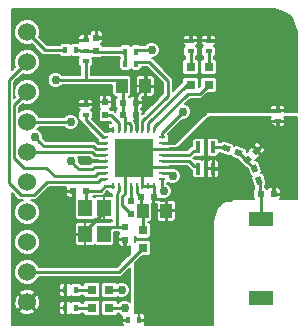
<source format=gbr>
%FSLAX46Y46*%
G04 Gerber Fmt 4.6, Leading zero omitted, Abs format (unit mm)*
G04 Created by KiCad (PCBNEW (2014-08-29 BZR 5106)-product) date Thu 16 Oct 2014 10:56:15 AM PDT*
%MOMM*%
G01*
G04 APERTURE LIST*
%ADD10C,0.100000*%
%ADD11R,0.400000X0.600000*%
%ADD12R,0.797560X0.797560*%
%ADD13R,2.100000X1.250000*%
%ADD14R,0.600000X0.500000*%
%ADD15R,0.600000X0.400000*%
%ADD16R,0.350000X1.000000*%
%ADD17R,0.500000X0.600000*%
%ADD18R,1.000000X1.250000*%
%ADD19R,0.750000X0.800000*%
%ADD20R,0.599440X0.248920*%
%ADD21R,0.248920X0.599440*%
%ADD22R,3.299460X3.299460*%
%ADD23R,1.150000X1.400000*%
%ADD24C,1.524000*%
%ADD25C,0.762000*%
%ADD26C,0.254000*%
%ADD27C,0.203200*%
G04 APERTURE END LIST*
D10*
D11*
X138118000Y-103251000D03*
X137218000Y-103251000D03*
D12*
X144270512Y-106071266D03*
X144270512Y-104572666D03*
D13*
X148717000Y-117402000D03*
X148717000Y-124152000D03*
D10*
G36*
X145419756Y-111577206D02*
X145590766Y-111107360D01*
X146154582Y-111312572D01*
X145983572Y-111782418D01*
X145419756Y-111577206D01*
X145419756Y-111577206D01*
G37*
G36*
X146453418Y-111953428D02*
X146624428Y-111483582D01*
X147188244Y-111688794D01*
X147017234Y-112158640D01*
X146453418Y-111953428D01*
X146453418Y-111953428D01*
G37*
G36*
X147530736Y-112791818D02*
X147177182Y-112438264D01*
X147601446Y-112014000D01*
X147955000Y-112367554D01*
X147530736Y-112791818D01*
X147530736Y-112791818D01*
G37*
G36*
X148308554Y-112014000D02*
X147955000Y-111660446D01*
X148379264Y-111236182D01*
X148732818Y-111589736D01*
X148308554Y-112014000D01*
X148308554Y-112014000D01*
G37*
D14*
X148675000Y-115316000D03*
X149775000Y-115316000D03*
D12*
X142746512Y-106071266D03*
X142746512Y-104572666D03*
X135877300Y-123444000D03*
X134378700Y-123444000D03*
X135877300Y-124968000D03*
X134378700Y-124968000D03*
D10*
G36*
X148861640Y-114378234D02*
X148391794Y-114549244D01*
X148186582Y-113985428D01*
X148656428Y-113814418D01*
X148861640Y-114378234D01*
X148861640Y-114378234D01*
G37*
G36*
X148485418Y-113344572D02*
X148015572Y-113515582D01*
X147810360Y-112951766D01*
X148280206Y-112780756D01*
X148485418Y-113344572D01*
X148485418Y-113344572D01*
G37*
D15*
X144270512Y-103231966D03*
X144270512Y-102331966D03*
X142746512Y-103231966D03*
X142746512Y-102331966D03*
D11*
X133038000Y-123444000D03*
X132138000Y-123444000D03*
X133038000Y-124968000D03*
X132138000Y-124968000D03*
D16*
X144668000Y-111368000D03*
X144018000Y-111368000D03*
X143368000Y-111368000D03*
X143368000Y-113168000D03*
X144018000Y-113168000D03*
X144668000Y-113168000D03*
D17*
X134747000Y-103166000D03*
X134747000Y-102066000D03*
D18*
X136922000Y-106172000D03*
X138922000Y-106172000D03*
D14*
X136991000Y-108585000D03*
X138091000Y-108585000D03*
D17*
X137160000Y-119168000D03*
X137160000Y-118068000D03*
D14*
X136991000Y-107569000D03*
X138091000Y-107569000D03*
D18*
X138700000Y-116713000D03*
X140700000Y-116713000D03*
D14*
X132800000Y-115062000D03*
X133900000Y-115062000D03*
X138515000Y-115570000D03*
X139615000Y-115570000D03*
D17*
X135509000Y-108627000D03*
X135509000Y-107527000D03*
X137668000Y-115909000D03*
X137668000Y-117009000D03*
D19*
X138684000Y-119876000D03*
X138684000Y-118376000D03*
D11*
X132138000Y-103124000D03*
X133038000Y-103124000D03*
D15*
X133858000Y-104082000D03*
X133858000Y-103182000D03*
X133858000Y-103193000D03*
X133858000Y-102293000D03*
D11*
X138118000Y-104267000D03*
X137218000Y-104267000D03*
D15*
X133858000Y-108654000D03*
X133858000Y-107754000D03*
D20*
X140319760Y-114015520D03*
X140319760Y-113515140D03*
X140319760Y-113014760D03*
X140319760Y-112514380D03*
X140319760Y-112016540D03*
X140319760Y-111516160D03*
X140319760Y-111015780D03*
X140319760Y-110515400D03*
D21*
X137673080Y-109865160D03*
X137175240Y-109865160D03*
X136674860Y-109865160D03*
X136174480Y-109865160D03*
D22*
X137922000Y-112268000D03*
D21*
X139672060Y-109865160D03*
X139171680Y-109865160D03*
X138671300Y-109865160D03*
X138173460Y-109865160D03*
D20*
X135524240Y-110520480D03*
X135521700Y-111020860D03*
X135521700Y-111518700D03*
X135521700Y-112019080D03*
X135521700Y-112519460D03*
X135521700Y-113019840D03*
X135521700Y-113520220D03*
X135521700Y-114020600D03*
D21*
X136171940Y-114668300D03*
X136672320Y-114668300D03*
X137172700Y-114668300D03*
X137670540Y-114668300D03*
X138170920Y-114668300D03*
X138671300Y-114668300D03*
X139171680Y-114668300D03*
X139672060Y-114668300D03*
D23*
X135420000Y-118702000D03*
X135420000Y-116502000D03*
X133820000Y-116502000D03*
X133820000Y-118702000D03*
D11*
X137472000Y-125984000D03*
X138372000Y-125984000D03*
D15*
X150114000Y-108262000D03*
X150114000Y-109162000D03*
D24*
X128905000Y-124460000D03*
X128905000Y-121920000D03*
X128905000Y-119380000D03*
X128905000Y-116840000D03*
X128905000Y-114300000D03*
X128905000Y-111760000D03*
X128905000Y-109220000D03*
X128905000Y-106680000D03*
X128905000Y-104140000D03*
X128905000Y-101600000D03*
D25*
X141351000Y-110363000D03*
X145161000Y-102362000D03*
X141859000Y-102362000D03*
X144272000Y-101473000D03*
X142748000Y-101473000D03*
X133858000Y-101473000D03*
X132588000Y-104394000D03*
X135382000Y-104648000D03*
X132588000Y-118618000D03*
X149860000Y-101600000D03*
X148082000Y-104140000D03*
X145542000Y-108077000D03*
X147574000Y-108077000D03*
X149225000Y-108077000D03*
X151257000Y-108077000D03*
X150114000Y-107442000D03*
X144018000Y-107696000D03*
X135472151Y-109637849D03*
X137038099Y-120020099D03*
X132080000Y-125984000D03*
X131572000Y-115062000D03*
X132588000Y-116332000D03*
X135636000Y-102108000D03*
X134874000Y-101092000D03*
X132842000Y-102108000D03*
X132842000Y-107696000D03*
X133858000Y-106934000D03*
X135382000Y-106426000D03*
X138938000Y-107442000D03*
X138938000Y-104902000D03*
X139954000Y-106172000D03*
X133858000Y-110490000D03*
X133858000Y-112522000D03*
X131318000Y-105664000D03*
X136906000Y-113284000D03*
X136906000Y-111252000D03*
X138938000Y-113284000D03*
X138938000Y-111252000D03*
X137922000Y-112268000D03*
X139192000Y-126111000D03*
X146558000Y-109093000D03*
X149225000Y-109093000D03*
X147828000Y-110998000D03*
X148971000Y-110998000D03*
X148971000Y-112268000D03*
X149733000Y-114427000D03*
X150622000Y-115443000D03*
X147790788Y-115443000D03*
X146431000Y-115443000D03*
X145034000Y-116078000D03*
X144399000Y-117729000D03*
X144399000Y-119253000D03*
X144399000Y-121031000D03*
X144399000Y-122809000D03*
X144399000Y-124460000D03*
X144399000Y-126111000D03*
X141732000Y-126111000D03*
X138430000Y-123063000D03*
X141986000Y-120523000D03*
X141224000Y-123952000D03*
X144018000Y-110236000D03*
X142027096Y-113256603D03*
X144399000Y-114554000D03*
X141935210Y-114808000D03*
X141859000Y-116713000D03*
X140716000Y-117983000D03*
X139954000Y-119888000D03*
X138762114Y-121363114D03*
X138430000Y-124968000D03*
X147066000Y-113538000D03*
X145669000Y-112649000D03*
X151511000Y-111125000D03*
X151511000Y-113411000D03*
X150114000Y-110109000D03*
X151511000Y-109093000D03*
X151511000Y-115443000D03*
X136906000Y-123444000D03*
X140462000Y-115062000D03*
X141224000Y-113792000D03*
X137160000Y-124968000D03*
X129540000Y-110490000D03*
X132588000Y-112522000D03*
X132588000Y-109220000D03*
X142113000Y-108331000D03*
X139446000Y-103124000D03*
D26*
X148524111Y-114181831D02*
X148590000Y-114247720D01*
X148590000Y-114247720D02*
X148590000Y-115231000D01*
X148590000Y-115231000D02*
X148675000Y-115316000D01*
X148675000Y-117360000D02*
X148717000Y-117402000D01*
X148675000Y-115316000D02*
X148675000Y-117360000D01*
X144018000Y-107696000D02*
X143637001Y-108076999D01*
X143637001Y-108076999D02*
X141351000Y-110363000D01*
X145130966Y-102331966D02*
X145161000Y-102362000D01*
X144270512Y-102331966D02*
X145130966Y-102331966D01*
X141889034Y-102331966D02*
X141859000Y-102362000D01*
X142746512Y-102331966D02*
X141889034Y-102331966D01*
X144270512Y-102331966D02*
X144270512Y-101474488D01*
X144270512Y-101474488D02*
X144272000Y-101473000D01*
X142746512Y-101474488D02*
X142748000Y-101473000D01*
X142746512Y-102331966D02*
X142746512Y-101474488D01*
X142748000Y-101346000D02*
X142748000Y-101473000D01*
X133858000Y-101346000D02*
X133858000Y-101473000D01*
X133858000Y-102293000D02*
X133858000Y-101473000D01*
X133604000Y-101092000D02*
X133858000Y-101346000D01*
X132842000Y-102108000D02*
X132969000Y-102235000D01*
X132969000Y-102235000D02*
X133800000Y-102235000D01*
X133800000Y-102235000D02*
X133858000Y-102293000D01*
X130606799Y-106883201D02*
X132029201Y-106883201D01*
X132029201Y-106883201D02*
X132842000Y-107696000D01*
X130810000Y-104394000D02*
X130606799Y-104597201D01*
X130606799Y-104597201D02*
X130606799Y-106883201D01*
X132588000Y-104394000D02*
X130810000Y-104394000D01*
X135382000Y-104648000D02*
X135762999Y-105028999D01*
X138811001Y-105028999D02*
X138938000Y-104902000D01*
X135762999Y-105028999D02*
X138811001Y-105028999D01*
X132672000Y-118702000D02*
X132588000Y-118618000D01*
X133820000Y-118702000D02*
X132672000Y-118702000D01*
X132672000Y-118448000D02*
X132588000Y-118532000D01*
X132588000Y-118532000D02*
X132588000Y-118618000D01*
X147574000Y-108077000D02*
X145542000Y-108077000D01*
X150114000Y-108262000D02*
X149410000Y-108262000D01*
X149410000Y-108262000D02*
X149225000Y-108077000D01*
X151257000Y-107188000D02*
X151003000Y-107442000D01*
X151003000Y-107442000D02*
X150114000Y-107442000D01*
X151257000Y-108077000D02*
X151257000Y-107188000D01*
X150114000Y-108262000D02*
X150114000Y-107442000D01*
X137472000Y-125984000D02*
X132080000Y-125984000D01*
X135420000Y-116502000D02*
X135420000Y-116832638D01*
X135420000Y-116832638D02*
X133820000Y-118432638D01*
X133820000Y-118432638D02*
X133820000Y-118702000D01*
X128905000Y-124460000D02*
X129921000Y-123444000D01*
X129921000Y-123444000D02*
X132138000Y-123444000D01*
X149860000Y-107554000D02*
X149718000Y-107696000D01*
X149718000Y-107696000D02*
X144018000Y-107696000D01*
X150114000Y-108262000D02*
X150114000Y-107808000D01*
X150114000Y-107808000D02*
X149860000Y-107554000D01*
X140319760Y-111015780D02*
X141369798Y-111015780D01*
X141369798Y-111015780D02*
X144018000Y-108367578D01*
X144018000Y-108367578D02*
X144018000Y-107696000D01*
X136174480Y-109865160D02*
X135699462Y-109865160D01*
X135699462Y-109865160D02*
X135472151Y-109637849D01*
X137160000Y-119168000D02*
X137160000Y-119898198D01*
X137160000Y-119898198D02*
X137038099Y-120020099D01*
X132138000Y-124968000D02*
X132138000Y-125926000D01*
X132138000Y-125926000D02*
X132080000Y-125984000D01*
X132800000Y-115062000D02*
X131572000Y-115062000D01*
X132588000Y-116332000D02*
X132842000Y-116078000D01*
X132842000Y-115104000D02*
X132800000Y-115062000D01*
X132842000Y-116078000D02*
X132842000Y-115104000D01*
X135636000Y-102108000D02*
X134789000Y-102108000D01*
X134789000Y-102108000D02*
X134747000Y-102066000D01*
X134747000Y-102066000D02*
X134747000Y-101219000D01*
X134747000Y-101219000D02*
X134874000Y-101092000D01*
X133858000Y-107754000D02*
X132900000Y-107754000D01*
X132900000Y-107754000D02*
X132842000Y-107696000D01*
X133858000Y-107754000D02*
X133858000Y-106934000D01*
X135382000Y-106426000D02*
X135382000Y-107400000D01*
X135382000Y-107400000D02*
X135509000Y-107527000D01*
X138922000Y-106172000D02*
X138922000Y-107426000D01*
X138922000Y-107426000D02*
X138938000Y-107442000D01*
X138938000Y-104902000D02*
X138938000Y-106156000D01*
X138938000Y-106156000D02*
X138922000Y-106172000D01*
X138922000Y-106172000D02*
X139954000Y-106172000D01*
X134967980Y-111020860D02*
X135521700Y-111020860D01*
X133858000Y-110490000D02*
X134396815Y-110490000D01*
X134396815Y-110490000D02*
X134927675Y-111020860D01*
X134927675Y-111020860D02*
X134967980Y-111020860D01*
X135521700Y-112519460D02*
X133860540Y-112519460D01*
X133860540Y-112519460D02*
X133858000Y-112522000D01*
X138173460Y-108667460D02*
X138091000Y-108585000D01*
X138173460Y-109865160D02*
X138173460Y-108667460D01*
X138091000Y-108585000D02*
X138091000Y-107569000D01*
X138091000Y-107003000D02*
X138922000Y-106172000D01*
X138091000Y-107569000D02*
X138091000Y-107003000D01*
X135672578Y-105664000D02*
X133781979Y-105664000D01*
X133781979Y-105664000D02*
X131318000Y-105664000D01*
X133858000Y-104082000D02*
X133858000Y-105587979D01*
X133858000Y-105587979D02*
X133781979Y-105664000D01*
X136922000Y-105934000D02*
X136922000Y-106047000D01*
X136539000Y-105664000D02*
X131856815Y-105664000D01*
X136922000Y-106047000D02*
X136539000Y-105664000D01*
X136922000Y-106172000D02*
X136922000Y-106047000D01*
X131856815Y-105664000D02*
X131318000Y-105664000D01*
X128905000Y-121920000D02*
X136665000Y-121920000D01*
X136665000Y-121920000D02*
X138684000Y-119901000D01*
X138684000Y-119901000D02*
X138684000Y-119876000D01*
X137668000Y-109860080D02*
X137668000Y-109474000D01*
X137673080Y-109865160D02*
X137668000Y-109860080D01*
X137488379Y-109294379D02*
X137524180Y-109330180D01*
X137175240Y-109294379D02*
X137488379Y-109294379D01*
X137668000Y-109474000D02*
X137524180Y-109330180D01*
X137175240Y-109865160D02*
X137175240Y-109294379D01*
X136991000Y-107569000D02*
X136991000Y-108585000D01*
X137175240Y-108769240D02*
X136991000Y-108585000D01*
X137175240Y-109294379D02*
X137175240Y-108769240D01*
X136991000Y-106241000D02*
X136922000Y-106172000D01*
X136991000Y-107569000D02*
X136991000Y-106241000D01*
X136672320Y-114668300D02*
X136672320Y-115041680D01*
X136672320Y-115041680D02*
X136626601Y-115087399D01*
X136626601Y-115087399D02*
X136626601Y-115202807D01*
X136626601Y-115202807D02*
X136503589Y-115325819D01*
X136503589Y-115325819D02*
X136503589Y-118039433D01*
X136503589Y-118039433D02*
X136475022Y-118068000D01*
X137160000Y-118068000D02*
X136475022Y-118068000D01*
X136475022Y-118068000D02*
X136054000Y-118068000D01*
X136054000Y-118068000D02*
X135420000Y-118702000D01*
X137160000Y-118068000D02*
X137118000Y-118110000D01*
X138684000Y-118376000D02*
X138684000Y-116729000D01*
X138684000Y-116729000D02*
X138700000Y-116713000D01*
X138515000Y-116528000D02*
X138700000Y-116713000D01*
X138515000Y-115570000D02*
X138515000Y-116528000D01*
X138515000Y-115570000D02*
X138515000Y-115530542D01*
X138170920Y-115225920D02*
X138515000Y-115570000D01*
X138170920Y-114668300D02*
X138170920Y-115225920D01*
X140700000Y-116713000D02*
X140700000Y-115834000D01*
X140081000Y-115697000D02*
X139742000Y-115697000D01*
X139742000Y-115697000D02*
X139615000Y-115570000D01*
X140700000Y-115834000D02*
X140690000Y-115824000D01*
X140690000Y-115824000D02*
X140208000Y-115824000D01*
X140208000Y-115824000D02*
X140081000Y-115697000D01*
X137172700Y-114668300D02*
X137172700Y-113550700D01*
X138671300Y-114668300D02*
X138671300Y-113525300D01*
X138430000Y-112268000D02*
X137922000Y-112268000D01*
X137287001Y-112902999D02*
X137286999Y-112903001D01*
X140319760Y-111516160D02*
X138673840Y-111516160D01*
X137794999Y-112395001D02*
X137286999Y-112903001D01*
X137286999Y-112903001D02*
X136906000Y-113284000D01*
X138673840Y-111516160D02*
X137794999Y-112395001D01*
X136906000Y-111252000D02*
X136906000Y-113284000D01*
X137172700Y-113550700D02*
X136906000Y-113284000D01*
X138671300Y-113525300D02*
X138048999Y-112902999D01*
X138160760Y-113014760D02*
X138048999Y-112902999D01*
X140319760Y-113014760D02*
X138160760Y-113014760D01*
X137922000Y-112268000D02*
X137794999Y-112395001D01*
X138048999Y-112902999D02*
X137287001Y-112902999D01*
X138372000Y-125984000D02*
X142748000Y-125984000D01*
X142748000Y-125984000D02*
X142748000Y-119621680D01*
X142748000Y-119621680D02*
X142815556Y-119554124D01*
X142815556Y-119554124D02*
X142815556Y-113859556D01*
X141732000Y-126111000D02*
X139192000Y-126111000D01*
X149225000Y-109093000D02*
X146558000Y-109093000D01*
X149605999Y-109473999D02*
X149225000Y-109093000D01*
X151511000Y-111379000D02*
X149605999Y-109473999D01*
X151511000Y-111887000D02*
X151511000Y-111379000D01*
X147447001Y-110617001D02*
X147828000Y-110998000D01*
X147447001Y-110490001D02*
X147447001Y-110617001D01*
X147828000Y-111109182D02*
X147828000Y-110998000D01*
X148343909Y-111625091D02*
X147828000Y-111109182D01*
X147193000Y-110236000D02*
X147447001Y-110490001D01*
X144018000Y-110490000D02*
X147447001Y-110490001D01*
X144018000Y-110236000D02*
X147193000Y-110236000D01*
X148343909Y-111625091D02*
X148971000Y-110998000D01*
X148971000Y-112252182D02*
X148971000Y-112268000D01*
X148343909Y-111625091D02*
X148971000Y-112252182D01*
X149351999Y-112648999D02*
X148971000Y-112268000D01*
X149775000Y-112702629D02*
X149405629Y-112702629D01*
X149405629Y-112702629D02*
X149351999Y-112648999D01*
X149733000Y-114889271D02*
X149733000Y-114427000D01*
X149775000Y-114931271D02*
X149733000Y-114889271D01*
X150622000Y-115316000D02*
X150622000Y-115443000D01*
X149775000Y-115316000D02*
X150622000Y-115316000D01*
X147790788Y-114262788D02*
X147790788Y-114904185D01*
X147066000Y-113538000D02*
X147790788Y-114262788D01*
X147790788Y-114904185D02*
X147790788Y-115443000D01*
X145892185Y-115443000D02*
X146431000Y-115443000D01*
X145034000Y-116078000D02*
X145669000Y-115443000D01*
X146050001Y-115823999D02*
X146431000Y-115443000D01*
X145796000Y-115824000D02*
X146050001Y-115823999D01*
X145669000Y-115443000D02*
X145892185Y-115443000D01*
X144399000Y-119253000D02*
X144399000Y-117729000D01*
X144145000Y-121031000D02*
X144399000Y-121031000D01*
X141224000Y-123952000D02*
X144145000Y-121031000D01*
X144399000Y-122809000D02*
X144399000Y-121031000D01*
X144399000Y-126111000D02*
X144399000Y-124460000D01*
X138430000Y-124968000D02*
X138430000Y-123063000D01*
X141986000Y-120523000D02*
X142366999Y-120142001D01*
X142366999Y-120142001D02*
X142366999Y-119633999D01*
X141096999Y-118363999D02*
X140716000Y-117983000D01*
X142366999Y-119633999D02*
X141096999Y-118363999D01*
X141935210Y-114808000D02*
X144145000Y-114808000D01*
X144145000Y-114808000D02*
X144399000Y-114554000D01*
X141859000Y-117983000D02*
X141859000Y-116713000D01*
X140716000Y-117983000D02*
X141859000Y-117983000D01*
X138762114Y-121363114D02*
X138762114Y-121079886D01*
X138762114Y-121079886D02*
X139954000Y-119888000D01*
X144668000Y-113168000D02*
X145150000Y-113168000D01*
X145150000Y-113168000D02*
X145669000Y-112649000D01*
X149775000Y-114931271D02*
X149775000Y-115316000D01*
X149775000Y-112702629D02*
X149775000Y-114931271D01*
X151511000Y-111887000D02*
X151511000Y-111125000D01*
X151511000Y-109093000D02*
X151511000Y-111125000D01*
X151130001Y-113030001D02*
X151511000Y-113411000D01*
X150114000Y-112014000D02*
X151130001Y-113030001D01*
X150114000Y-110109000D02*
X150114000Y-112014000D01*
X151511000Y-115443000D02*
X151511000Y-111887000D01*
X142815556Y-113859556D02*
X143002000Y-114046000D01*
X141970760Y-113014760D02*
X142815556Y-113859556D01*
X149665583Y-112593212D02*
X149775000Y-112702629D01*
X150368000Y-109870000D02*
X150368000Y-111890795D01*
X150368000Y-111890795D02*
X149665583Y-112593212D01*
X150114000Y-109162000D02*
X150114000Y-109616000D01*
X150114000Y-109616000D02*
X150368000Y-109870000D01*
X137172700Y-114668300D02*
X137172700Y-115303300D01*
X137172700Y-115303300D02*
X136960799Y-115515201D01*
X136960799Y-115515201D02*
X136960799Y-116251799D01*
X136960799Y-116251799D02*
X137359014Y-116650014D01*
X137359014Y-116650014D02*
X137541000Y-116832000D01*
X137668000Y-117009000D02*
X137668000Y-116959000D01*
X137668000Y-116959000D02*
X137359014Y-116650014D01*
X137541000Y-116832000D02*
X137541000Y-116882000D01*
X139672060Y-114668300D02*
X139672060Y-115512940D01*
X139672060Y-115512940D02*
X139615000Y-115570000D01*
X140319760Y-113014760D02*
X141970760Y-113014760D01*
X143002000Y-114046000D02*
X144018000Y-114046000D01*
X140319760Y-111516160D02*
X141975840Y-111516160D01*
X141975840Y-111516160D02*
X143002000Y-110490000D01*
X143002000Y-110490000D02*
X144018000Y-110490000D01*
X144018000Y-110490000D02*
X144018000Y-111368000D01*
X138671300Y-114668300D02*
X139171680Y-114668300D01*
X138671300Y-114668300D02*
X139672060Y-114668300D01*
X144018000Y-114046000D02*
X144018000Y-113168000D01*
X144018000Y-114046000D02*
X144653000Y-114046000D01*
X144668000Y-114031000D02*
X144668000Y-113168000D01*
X144653000Y-114046000D02*
X144668000Y-114031000D01*
X144018000Y-111368000D02*
X144018000Y-113168000D01*
X133900000Y-115760698D02*
X133900000Y-116074000D01*
X133900000Y-115062000D02*
X133900000Y-115760698D01*
X133900000Y-115760698D02*
X133900000Y-116422000D01*
X133900000Y-116422000D02*
X133820000Y-116502000D01*
X136171940Y-114668300D02*
X135521700Y-114668300D01*
X135521700Y-114668300D02*
X135128000Y-115062000D01*
X135128000Y-115062000D02*
X133900000Y-115062000D01*
X136159240Y-114681000D02*
X136171940Y-114668300D01*
X136013000Y-108627000D02*
X135509000Y-108627000D01*
X136674860Y-109288860D02*
X136013000Y-108627000D01*
X136674860Y-109865160D02*
X136674860Y-109288860D01*
X137668000Y-115909000D02*
X137668000Y-115655000D01*
X137668000Y-115655000D02*
X137670540Y-115652460D01*
X137670540Y-114668300D02*
X137670540Y-115652460D01*
X145710280Y-111368000D02*
X145787169Y-111444889D01*
X144668000Y-111368000D02*
X145710280Y-111368000D01*
X146820831Y-111821111D02*
X146873111Y-111821111D01*
X147454909Y-112402909D02*
X147566091Y-112402909D01*
X146873111Y-111821111D02*
X147454909Y-112402909D01*
X147566091Y-112566371D02*
X148147889Y-113148169D01*
X147566091Y-112402909D02*
X147566091Y-112566371D01*
X139672060Y-109865160D02*
X139672060Y-109628940D01*
X139672060Y-109628940D02*
X142494000Y-106807000D01*
X142494000Y-106807000D02*
X143510000Y-106807000D01*
X144272000Y-106172000D02*
X144270512Y-106071266D01*
X143510000Y-106807000D02*
X144272000Y-106045000D01*
X144272000Y-106045000D02*
X144272000Y-106172000D01*
X144270512Y-104572666D02*
X144270512Y-103231966D01*
X142411854Y-106071266D02*
X142746512Y-106071266D01*
X139171680Y-109311440D02*
X142411854Y-106071266D01*
X139171680Y-109865160D02*
X139171680Y-109311440D01*
X142746512Y-104572666D02*
X142746512Y-103231966D01*
X135877300Y-123444000D02*
X136906000Y-123444000D01*
X140319760Y-114919760D02*
X140462000Y-115062000D01*
X140319760Y-114015520D02*
X140319760Y-114919760D01*
X134378700Y-123444000D02*
X133038000Y-123444000D01*
X140319760Y-113515140D02*
X140947140Y-113515140D01*
X140947140Y-113515140D02*
X141224000Y-113792000D01*
X137160000Y-124968000D02*
X135877300Y-124968000D01*
X134378700Y-124968000D02*
X133038000Y-124968000D01*
X129920999Y-110870999D02*
X129540000Y-110490000D01*
X130302000Y-111252000D02*
X129920999Y-110870999D01*
X134512223Y-111252000D02*
X130302000Y-111252000D01*
X135521700Y-111518700D02*
X134778923Y-111518700D01*
X134778923Y-111518700D02*
X134512223Y-111252000D01*
X128905000Y-111760000D02*
X132461000Y-111760000D01*
X132461000Y-111760000D02*
X132464958Y-111763958D01*
X132464958Y-111763958D02*
X134377589Y-111763958D01*
X134377589Y-111763958D02*
X134632711Y-112019080D01*
X134632711Y-112019080D02*
X134967980Y-112019080D01*
X134967980Y-112019080D02*
X135521700Y-112019080D01*
X132968999Y-112902999D02*
X132588000Y-112522000D01*
X133299201Y-113233201D02*
X132968999Y-112902999D01*
X134416799Y-113233201D02*
X133299201Y-113233201D01*
X134630160Y-113019840D02*
X134416799Y-113233201D01*
X135521700Y-113019840D02*
X134630160Y-113019840D01*
X128905000Y-109220000D02*
X132588000Y-109220000D01*
X128905000Y-106680000D02*
X127812799Y-107772201D01*
X127812799Y-107772201D02*
X127812799Y-112284257D01*
X127812799Y-112284257D02*
X128634752Y-113106210D01*
X134967980Y-113520220D02*
X135521700Y-113520220D01*
X128634752Y-113106210D02*
X130540770Y-113106210D01*
X130540770Y-113106210D02*
X131226560Y-113792000D01*
X131226560Y-113792000D02*
X134620000Y-113792000D01*
X134620000Y-113792000D02*
X134891780Y-113520220D01*
X134891780Y-113520220D02*
X134967980Y-113520220D01*
X135521700Y-114020600D02*
X135153400Y-114020600D01*
X135153400Y-114020600D02*
X134874000Y-114300000D01*
X128380743Y-115392201D02*
X127355589Y-114367047D01*
X134874000Y-114300000D02*
X130556000Y-114300000D01*
X130556000Y-114300000D02*
X129463799Y-115392201D01*
X129463799Y-115392201D02*
X128380743Y-115392201D01*
X127355589Y-114367047D02*
X127355589Y-105689411D01*
X127355589Y-105689411D02*
X128143001Y-104901999D01*
X128143001Y-104901999D02*
X128905000Y-104140000D01*
X133038000Y-103124000D02*
X133353391Y-103124000D01*
X133858000Y-103193000D02*
X133422391Y-103193000D01*
X133422391Y-103193000D02*
X133353391Y-103124000D01*
X137218000Y-103251000D02*
X134832000Y-103251000D01*
X134832000Y-103251000D02*
X134747000Y-103166000D01*
X137218000Y-104267000D02*
X137218000Y-103251000D01*
X134747000Y-103166000D02*
X134789000Y-103124000D01*
X134720000Y-103193000D02*
X134747000Y-103166000D01*
X133858000Y-103193000D02*
X134720000Y-103193000D01*
X138671300Y-109865160D02*
X138671300Y-109149062D01*
X138671300Y-109149062D02*
X140843000Y-106977362D01*
X139228578Y-104140000D02*
X138145000Y-104140000D01*
X138118000Y-104167000D02*
X138118000Y-104267000D01*
X140843000Y-106977362D02*
X140843000Y-105754422D01*
X140843000Y-105754422D02*
X139228578Y-104140000D01*
X138145000Y-104140000D02*
X138118000Y-104167000D01*
X140319760Y-110124240D02*
X141732001Y-108711999D01*
X140319760Y-110515400D02*
X140319760Y-110124240D01*
X141732001Y-108711999D02*
X142113000Y-108331000D01*
X139446000Y-103124000D02*
X138118000Y-103124000D01*
X140319760Y-112514380D02*
X142613380Y-112514380D01*
X142613380Y-112514380D02*
X143002000Y-112903000D01*
X143002000Y-112903000D02*
X143256000Y-112903000D01*
X143256000Y-112903000D02*
X143368000Y-113015000D01*
X143368000Y-113015000D02*
X143368000Y-113168000D01*
X140319760Y-112016540D02*
X142618460Y-112016540D01*
X142618460Y-112016540D02*
X143002000Y-111633000D01*
X143002000Y-111633000D02*
X143383000Y-111633000D01*
X143383000Y-111633000D02*
X143383000Y-111383000D01*
X143383000Y-111383000D02*
X143368000Y-111368000D01*
X130429000Y-103124000D02*
X128905000Y-101600000D01*
X132138000Y-103124000D02*
X130429000Y-103124000D01*
X133858000Y-109029500D02*
X133858000Y-108654000D01*
X135524240Y-110520480D02*
X135348980Y-110520480D01*
X135348980Y-110520480D02*
X133858000Y-109029500D01*
D27*
G36*
X137967400Y-112293400D02*
X137947400Y-112293400D01*
X137947400Y-112313400D01*
X137896600Y-112313400D01*
X137896600Y-112293400D01*
X137876600Y-112293400D01*
X137876600Y-112242600D01*
X137896600Y-112242600D01*
X137896600Y-112222600D01*
X137947400Y-112222600D01*
X137947400Y-112242600D01*
X137967400Y-112242600D01*
X137967400Y-112293400D01*
X137967400Y-112293400D01*
G37*
X137967400Y-112293400D02*
X137947400Y-112293400D01*
X137947400Y-112313400D01*
X137896600Y-112313400D01*
X137896600Y-112293400D01*
X137876600Y-112293400D01*
X137876600Y-112242600D01*
X137896600Y-112242600D01*
X137896600Y-112222600D01*
X137947400Y-112222600D01*
X137947400Y-112242600D01*
X137967400Y-112242600D01*
X137967400Y-112293400D01*
G36*
X139717460Y-114693700D02*
X139697460Y-114693700D01*
X139697460Y-114713700D01*
X139646660Y-114713700D01*
X139646660Y-114693700D01*
X139524740Y-114693700D01*
X139319000Y-114693700D01*
X139197080Y-114693700D01*
X139197080Y-114713700D01*
X139146280Y-114713700D01*
X139146280Y-114693700D01*
X139024360Y-114693700D01*
X138818620Y-114693700D01*
X138696700Y-114693700D01*
X138696700Y-114713700D01*
X138645900Y-114713700D01*
X138645900Y-114693700D01*
X138625900Y-114693700D01*
X138625900Y-114642900D01*
X138645900Y-114642900D01*
X138645900Y-114622900D01*
X138696700Y-114622900D01*
X138696700Y-114642900D01*
X138818620Y-114642900D01*
X139024360Y-114642900D01*
X139146280Y-114642900D01*
X139146280Y-114622900D01*
X139197080Y-114622900D01*
X139197080Y-114642900D01*
X139319000Y-114642900D01*
X139524740Y-114642900D01*
X139646660Y-114642900D01*
X139646660Y-114622900D01*
X139697460Y-114622900D01*
X139697460Y-114642900D01*
X139717460Y-114642900D01*
X139717460Y-114693700D01*
X139717460Y-114693700D01*
G37*
X139717460Y-114693700D02*
X139697460Y-114693700D01*
X139697460Y-114713700D01*
X139646660Y-114713700D01*
X139646660Y-114693700D01*
X139524740Y-114693700D01*
X139319000Y-114693700D01*
X139197080Y-114693700D01*
X139197080Y-114713700D01*
X139146280Y-114713700D01*
X139146280Y-114693700D01*
X139024360Y-114693700D01*
X138818620Y-114693700D01*
X138696700Y-114693700D01*
X138696700Y-114713700D01*
X138645900Y-114713700D01*
X138645900Y-114693700D01*
X138625900Y-114693700D01*
X138625900Y-114642900D01*
X138645900Y-114642900D01*
X138645900Y-114622900D01*
X138696700Y-114622900D01*
X138696700Y-114642900D01*
X138818620Y-114642900D01*
X139024360Y-114642900D01*
X139146280Y-114642900D01*
X139146280Y-114622900D01*
X139197080Y-114622900D01*
X139197080Y-114642900D01*
X139319000Y-114642900D01*
X139524740Y-114642900D01*
X139646660Y-114642900D01*
X139646660Y-114622900D01*
X139697460Y-114622900D01*
X139697460Y-114642900D01*
X139717460Y-114642900D01*
X139717460Y-114693700D01*
G36*
X151790400Y-115722400D02*
X150718800Y-115722400D01*
X150718800Y-109422628D01*
X150718800Y-109263600D01*
X150642600Y-109187400D01*
X150139400Y-109187400D01*
X150139400Y-109590600D01*
X150215600Y-109666800D01*
X150353372Y-109666800D01*
X150474629Y-109666800D01*
X150586656Y-109620397D01*
X150672397Y-109534655D01*
X150718800Y-109422628D01*
X150718800Y-115722400D01*
X150340130Y-115722400D01*
X150379800Y-115626629D01*
X150379800Y-115505372D01*
X150379800Y-115417600D01*
X150379800Y-115214400D01*
X150379800Y-115126628D01*
X150379800Y-115005371D01*
X150333397Y-114893344D01*
X150247655Y-114807603D01*
X150135628Y-114761200D01*
X150088600Y-114761200D01*
X150088600Y-109590600D01*
X150088600Y-109187400D01*
X149585400Y-109187400D01*
X149509200Y-109263600D01*
X149509200Y-109422628D01*
X149555603Y-109534655D01*
X149641344Y-109620397D01*
X149753371Y-109666800D01*
X149874628Y-109666800D01*
X150012400Y-109666800D01*
X150088600Y-109590600D01*
X150088600Y-114761200D01*
X149876600Y-114761200D01*
X149800400Y-114837400D01*
X149800400Y-115290600D01*
X150303600Y-115290600D01*
X150379800Y-115214400D01*
X150379800Y-115417600D01*
X150303600Y-115341400D01*
X149800400Y-115341400D01*
X149800400Y-115361400D01*
X149749600Y-115361400D01*
X149749600Y-115341400D01*
X149729600Y-115341400D01*
X149729600Y-115290600D01*
X149749600Y-115290600D01*
X149749600Y-114837400D01*
X149673400Y-114761200D01*
X149414372Y-114761200D01*
X149302345Y-114807603D01*
X149224999Y-114884947D01*
X149147656Y-114807603D01*
X149035629Y-114761200D01*
X149021800Y-114761200D01*
X149021800Y-114644301D01*
X149022860Y-114643916D01*
X149112260Y-114561996D01*
X149163506Y-114452100D01*
X149168795Y-114330959D01*
X149127323Y-114217014D01*
X149037618Y-113970552D01*
X149037618Y-111650364D01*
X149037618Y-111529108D01*
X148991215Y-111417081D01*
X148905473Y-111331339D01*
X148843409Y-111269275D01*
X148735646Y-111269275D01*
X148699725Y-111305196D01*
X148699725Y-111233354D01*
X148699725Y-111125591D01*
X148637661Y-111063527D01*
X148551919Y-110977785D01*
X148439892Y-110931382D01*
X148318636Y-110931382D01*
X148206609Y-110977786D01*
X148023448Y-111160946D01*
X148023448Y-111268709D01*
X148343909Y-111589170D01*
X148699725Y-111233354D01*
X148699725Y-111305196D01*
X148379830Y-111625091D01*
X148700291Y-111945552D01*
X148808054Y-111945552D01*
X148991214Y-111762391D01*
X149037618Y-111650364D01*
X149037618Y-113970552D01*
X148922110Y-113653199D01*
X148840190Y-113563799D01*
X148741056Y-113517571D01*
X148787284Y-113418438D01*
X148792573Y-113297297D01*
X148751101Y-113183352D01*
X148545888Y-112619537D01*
X148463968Y-112530137D01*
X148354073Y-112478891D01*
X148240842Y-112473947D01*
X148259800Y-112428182D01*
X148259800Y-112318800D01*
X148369182Y-112318800D01*
X148481209Y-112272396D01*
X148664370Y-112089236D01*
X148664370Y-111981473D01*
X148343909Y-111661012D01*
X148329766Y-111675154D01*
X148293845Y-111639233D01*
X148307988Y-111625091D01*
X147987527Y-111304630D01*
X147879764Y-111304630D01*
X147696604Y-111487791D01*
X147650200Y-111599818D01*
X147650200Y-111709200D01*
X147540818Y-111709200D01*
X147495052Y-111728156D01*
X147490109Y-111614928D01*
X147438864Y-111505032D01*
X147349464Y-111423112D01*
X147235520Y-111381640D01*
X146671704Y-111176427D01*
X146550563Y-111181717D01*
X146451428Y-111227942D01*
X146405202Y-111128810D01*
X146315802Y-111046890D01*
X146201858Y-111005418D01*
X145638042Y-110800205D01*
X145516901Y-110805495D01*
X145407004Y-110856739D01*
X145334191Y-110936200D01*
X145147800Y-110936200D01*
X145147800Y-110807372D01*
X145101397Y-110695345D01*
X145015656Y-110609603D01*
X144903629Y-110563200D01*
X144782372Y-110563200D01*
X144432372Y-110563200D01*
X144343000Y-110600219D01*
X144253628Y-110563200D01*
X144119600Y-110563200D01*
X144043400Y-110639400D01*
X144043400Y-111342600D01*
X144063400Y-111342600D01*
X144063400Y-111393400D01*
X144043400Y-111393400D01*
X144043400Y-112096600D01*
X144119600Y-112172800D01*
X144253628Y-112172800D01*
X144342999Y-112135781D01*
X144432371Y-112172800D01*
X144553628Y-112172800D01*
X144903628Y-112172800D01*
X145015655Y-112126397D01*
X145101397Y-112040656D01*
X145147800Y-111928629D01*
X145147800Y-111807372D01*
X145147800Y-111799800D01*
X145211513Y-111799800D01*
X145258536Y-111842888D01*
X145372480Y-111884360D01*
X145936296Y-112089573D01*
X146057437Y-112084283D01*
X146156571Y-112038057D01*
X146202798Y-112137190D01*
X146292198Y-112219110D01*
X146406142Y-112260582D01*
X146871188Y-112429845D01*
X146872382Y-112431039D01*
X146872382Y-112498892D01*
X146918785Y-112610919D01*
X147004527Y-112696661D01*
X147358080Y-113050214D01*
X147470107Y-113096618D01*
X147485680Y-113096618D01*
X147569071Y-113180008D01*
X147749890Y-113676801D01*
X147831810Y-113766201D01*
X147930943Y-113812428D01*
X147884716Y-113911562D01*
X147879427Y-114032703D01*
X147920899Y-114146648D01*
X148126112Y-114710463D01*
X148158200Y-114745480D01*
X148158200Y-114851747D01*
X148116603Y-114893344D01*
X148070200Y-115005371D01*
X148070200Y-115126628D01*
X148070200Y-115626628D01*
X148109869Y-115722400D01*
X147574000Y-115722400D01*
X146545492Y-115722400D01*
X145490057Y-115986259D01*
X145147800Y-116328516D01*
X145147800Y-113728629D01*
X145147800Y-113607372D01*
X145147800Y-113269600D01*
X145147800Y-113066400D01*
X145147800Y-112728628D01*
X145147800Y-112607371D01*
X145101397Y-112495344D01*
X145015655Y-112409603D01*
X144903628Y-112363200D01*
X144769600Y-112363200D01*
X144693400Y-112439400D01*
X144693400Y-113142600D01*
X145071600Y-113142600D01*
X145147800Y-113066400D01*
X145147800Y-113269600D01*
X145071600Y-113193400D01*
X144693400Y-113193400D01*
X144693400Y-113896600D01*
X144769600Y-113972800D01*
X144903628Y-113972800D01*
X145015655Y-113926397D01*
X145101397Y-113840656D01*
X145147800Y-113728629D01*
X145147800Y-116328516D01*
X144942259Y-116534057D01*
X144678400Y-117589492D01*
X144678400Y-126390400D01*
X144642600Y-126390400D01*
X144642600Y-113896600D01*
X144642600Y-113193400D01*
X144642600Y-113142600D01*
X144642600Y-112439400D01*
X144566400Y-112363200D01*
X144432372Y-112363200D01*
X144343000Y-112400219D01*
X144253628Y-112363200D01*
X144119600Y-112363200D01*
X144043400Y-112439400D01*
X144043400Y-113142600D01*
X144264400Y-113142600D01*
X144421600Y-113142600D01*
X144642600Y-113142600D01*
X144642600Y-113193400D01*
X144421600Y-113193400D01*
X144264400Y-113193400D01*
X144043400Y-113193400D01*
X144043400Y-113896600D01*
X144119600Y-113972800D01*
X144253628Y-113972800D01*
X144343000Y-113935780D01*
X144432372Y-113972800D01*
X144566400Y-113972800D01*
X144642600Y-113896600D01*
X144642600Y-126390400D01*
X141504800Y-126390400D01*
X141504800Y-117398629D01*
X141504800Y-117277372D01*
X141504800Y-116814600D01*
X141504800Y-116611400D01*
X141504800Y-116148628D01*
X141504800Y-116027371D01*
X141458397Y-115915344D01*
X141372655Y-115829603D01*
X141260628Y-115783200D01*
X140801600Y-115783200D01*
X140725400Y-115859400D01*
X140725400Y-116687600D01*
X141428600Y-116687600D01*
X141504800Y-116611400D01*
X141504800Y-116814600D01*
X141428600Y-116738400D01*
X140725400Y-116738400D01*
X140725400Y-117566600D01*
X140801600Y-117642800D01*
X141260628Y-117642800D01*
X141372655Y-117596397D01*
X141458397Y-117510656D01*
X141504800Y-117398629D01*
X141504800Y-126390400D01*
X140674600Y-126390400D01*
X140674600Y-117566600D01*
X140674600Y-116738400D01*
X139971400Y-116738400D01*
X139895200Y-116814600D01*
X139895200Y-117277372D01*
X139895200Y-117398629D01*
X139941603Y-117510656D01*
X140027345Y-117596397D01*
X140139372Y-117642800D01*
X140598400Y-117642800D01*
X140674600Y-117566600D01*
X140674600Y-126390400D01*
X138857841Y-126390400D01*
X138876800Y-126344629D01*
X138876800Y-126223372D01*
X138876800Y-126085600D01*
X138876800Y-125882400D01*
X138876800Y-125744628D01*
X138876800Y-125623371D01*
X138830397Y-125511344D01*
X138744655Y-125425603D01*
X138632628Y-125379200D01*
X138473600Y-125379200D01*
X138397400Y-125455400D01*
X138397400Y-125958600D01*
X138800600Y-125958600D01*
X138876800Y-125882400D01*
X138876800Y-126085600D01*
X138800600Y-126009400D01*
X138397400Y-126009400D01*
X138397400Y-126029400D01*
X138346600Y-126029400D01*
X138346600Y-126009400D01*
X138326600Y-126009400D01*
X138326600Y-125958600D01*
X138346600Y-125958600D01*
X138346600Y-125455400D01*
X138270400Y-125379200D01*
X138111372Y-125379200D01*
X138023600Y-125415556D01*
X138023600Y-121172058D01*
X138614858Y-120580800D01*
X139119628Y-120580800D01*
X139231655Y-120534397D01*
X139317397Y-120448656D01*
X139363800Y-120336629D01*
X139363800Y-120215372D01*
X139363800Y-119415372D01*
X139317397Y-119303345D01*
X139231656Y-119217603D01*
X139119629Y-119171200D01*
X138998372Y-119171200D01*
X138248372Y-119171200D01*
X138136345Y-119217603D01*
X138050603Y-119303344D01*
X138023600Y-119368535D01*
X138023600Y-118883463D01*
X138050603Y-118948655D01*
X138136344Y-119034397D01*
X138248371Y-119080800D01*
X138369628Y-119080800D01*
X139119628Y-119080800D01*
X139231655Y-119034397D01*
X139317397Y-118948656D01*
X139363800Y-118836629D01*
X139363800Y-118715372D01*
X139363800Y-117915372D01*
X139317397Y-117803345D01*
X139231656Y-117717603D01*
X139119629Y-117671200D01*
X139115800Y-117671200D01*
X139115800Y-117642800D01*
X139260628Y-117642800D01*
X139372655Y-117596397D01*
X139458397Y-117510656D01*
X139504800Y-117398629D01*
X139504800Y-117277372D01*
X139504800Y-116124800D01*
X139513400Y-116124800D01*
X139589600Y-116048600D01*
X139589600Y-115595400D01*
X139569600Y-115595400D01*
X139569600Y-115544600D01*
X139589600Y-115544600D01*
X139589600Y-115524600D01*
X139640400Y-115524600D01*
X139640400Y-115544600D01*
X139660400Y-115544600D01*
X139660400Y-115595400D01*
X139640400Y-115595400D01*
X139640400Y-116048600D01*
X139716600Y-116124800D01*
X139895200Y-116124800D01*
X139895200Y-116148628D01*
X139895200Y-116611400D01*
X139971400Y-116687600D01*
X140674600Y-116687600D01*
X140674600Y-115859400D01*
X140598400Y-115783200D01*
X140219800Y-115783200D01*
X140219800Y-115759372D01*
X140219800Y-115704003D01*
X140324987Y-115747681D01*
X140597816Y-115747919D01*
X140849967Y-115643732D01*
X141043054Y-115450982D01*
X141147681Y-115199013D01*
X141147919Y-114926184D01*
X141043732Y-114674033D01*
X140850982Y-114480946D01*
X140751560Y-114439662D01*
X140751560Y-114415183D01*
X140792135Y-114398377D01*
X140826245Y-114364266D01*
X140835018Y-114373054D01*
X141086987Y-114477681D01*
X141359816Y-114477919D01*
X141611967Y-114373732D01*
X141805054Y-114180982D01*
X141909681Y-113929013D01*
X141909919Y-113656184D01*
X141805732Y-113404033D01*
X141612982Y-113210946D01*
X141361013Y-113106319D01*
X141088184Y-113106081D01*
X141079501Y-113109668D01*
X140947140Y-113083340D01*
X140924280Y-113083340D01*
X140891260Y-113083340D01*
X140848080Y-113040160D01*
X140345160Y-113040160D01*
X140345160Y-113060160D01*
X140294360Y-113060160D01*
X140294360Y-113040160D01*
X140274360Y-113040160D01*
X140274360Y-112989360D01*
X140294360Y-112989360D01*
X140294360Y-112969360D01*
X140345160Y-112969360D01*
X140345160Y-112989360D01*
X140848080Y-112989360D01*
X140891260Y-112946180D01*
X140924280Y-112946180D01*
X142434522Y-112946180D01*
X142696668Y-113208325D01*
X142696671Y-113208329D01*
X142696672Y-113208329D01*
X142836757Y-113301931D01*
X142836758Y-113301931D01*
X142864173Y-113307384D01*
X142888200Y-113312163D01*
X142888200Y-113728628D01*
X142934603Y-113840655D01*
X143020344Y-113926397D01*
X143132371Y-113972800D01*
X143253628Y-113972800D01*
X143603628Y-113972800D01*
X143693000Y-113935780D01*
X143782372Y-113972800D01*
X143916400Y-113972800D01*
X143992600Y-113896600D01*
X143992600Y-113193400D01*
X143972600Y-113193400D01*
X143972600Y-113142600D01*
X143992600Y-113142600D01*
X143992600Y-112439400D01*
X143916400Y-112363200D01*
X143782372Y-112363200D01*
X143693000Y-112400218D01*
X143603629Y-112363200D01*
X143482372Y-112363200D01*
X143132372Y-112363200D01*
X143090288Y-112380631D01*
X142977657Y-112268000D01*
X143090288Y-112155368D01*
X143132371Y-112172800D01*
X143253628Y-112172800D01*
X143603628Y-112172800D01*
X143693000Y-112135780D01*
X143782372Y-112172800D01*
X143916400Y-112172800D01*
X143992600Y-112096600D01*
X143992600Y-111393400D01*
X143972600Y-111393400D01*
X143972600Y-111342600D01*
X143992600Y-111342600D01*
X143992600Y-110639400D01*
X143916400Y-110563200D01*
X143782372Y-110563200D01*
X143693000Y-110600218D01*
X143603629Y-110563200D01*
X143482372Y-110563200D01*
X143132372Y-110563200D01*
X143020345Y-110609603D01*
X142934603Y-110695344D01*
X142888200Y-110807371D01*
X142888200Y-110928628D01*
X142888200Y-111223836D01*
X142836757Y-111234069D01*
X142696671Y-111327671D01*
X142696668Y-111327674D01*
X142439602Y-111584740D01*
X140924280Y-111584740D01*
X140891260Y-111584740D01*
X140848080Y-111541560D01*
X140345160Y-111541560D01*
X140345160Y-111561560D01*
X140294360Y-111561560D01*
X140294360Y-111541560D01*
X140274360Y-111541560D01*
X140274360Y-111490760D01*
X140294360Y-111490760D01*
X140294360Y-111470760D01*
X140345160Y-111470760D01*
X140345160Y-111490760D01*
X140848080Y-111490760D01*
X140891260Y-111447580D01*
X140924280Y-111447580D01*
X141369798Y-111447580D01*
X141535040Y-111414711D01*
X141535041Y-111414711D01*
X141626500Y-111353600D01*
X141774084Y-111353600D01*
X144314084Y-108813600D01*
X149545556Y-108813600D01*
X149509200Y-108901372D01*
X149509200Y-109060400D01*
X149585400Y-109136600D01*
X150088600Y-109136600D01*
X150088600Y-109116600D01*
X150139400Y-109116600D01*
X150139400Y-109136600D01*
X150642600Y-109136600D01*
X150718800Y-109060400D01*
X150718800Y-108901372D01*
X150682443Y-108813600D01*
X151790400Y-108813600D01*
X151790400Y-115722400D01*
X151790400Y-115722400D01*
G37*
X151790400Y-115722400D02*
X150718800Y-115722400D01*
X150718800Y-109422628D01*
X150718800Y-109263600D01*
X150642600Y-109187400D01*
X150139400Y-109187400D01*
X150139400Y-109590600D01*
X150215600Y-109666800D01*
X150353372Y-109666800D01*
X150474629Y-109666800D01*
X150586656Y-109620397D01*
X150672397Y-109534655D01*
X150718800Y-109422628D01*
X150718800Y-115722400D01*
X150340130Y-115722400D01*
X150379800Y-115626629D01*
X150379800Y-115505372D01*
X150379800Y-115417600D01*
X150379800Y-115214400D01*
X150379800Y-115126628D01*
X150379800Y-115005371D01*
X150333397Y-114893344D01*
X150247655Y-114807603D01*
X150135628Y-114761200D01*
X150088600Y-114761200D01*
X150088600Y-109590600D01*
X150088600Y-109187400D01*
X149585400Y-109187400D01*
X149509200Y-109263600D01*
X149509200Y-109422628D01*
X149555603Y-109534655D01*
X149641344Y-109620397D01*
X149753371Y-109666800D01*
X149874628Y-109666800D01*
X150012400Y-109666800D01*
X150088600Y-109590600D01*
X150088600Y-114761200D01*
X149876600Y-114761200D01*
X149800400Y-114837400D01*
X149800400Y-115290600D01*
X150303600Y-115290600D01*
X150379800Y-115214400D01*
X150379800Y-115417600D01*
X150303600Y-115341400D01*
X149800400Y-115341400D01*
X149800400Y-115361400D01*
X149749600Y-115361400D01*
X149749600Y-115341400D01*
X149729600Y-115341400D01*
X149729600Y-115290600D01*
X149749600Y-115290600D01*
X149749600Y-114837400D01*
X149673400Y-114761200D01*
X149414372Y-114761200D01*
X149302345Y-114807603D01*
X149224999Y-114884947D01*
X149147656Y-114807603D01*
X149035629Y-114761200D01*
X149021800Y-114761200D01*
X149021800Y-114644301D01*
X149022860Y-114643916D01*
X149112260Y-114561996D01*
X149163506Y-114452100D01*
X149168795Y-114330959D01*
X149127323Y-114217014D01*
X149037618Y-113970552D01*
X149037618Y-111650364D01*
X149037618Y-111529108D01*
X148991215Y-111417081D01*
X148905473Y-111331339D01*
X148843409Y-111269275D01*
X148735646Y-111269275D01*
X148699725Y-111305196D01*
X148699725Y-111233354D01*
X148699725Y-111125591D01*
X148637661Y-111063527D01*
X148551919Y-110977785D01*
X148439892Y-110931382D01*
X148318636Y-110931382D01*
X148206609Y-110977786D01*
X148023448Y-111160946D01*
X148023448Y-111268709D01*
X148343909Y-111589170D01*
X148699725Y-111233354D01*
X148699725Y-111305196D01*
X148379830Y-111625091D01*
X148700291Y-111945552D01*
X148808054Y-111945552D01*
X148991214Y-111762391D01*
X149037618Y-111650364D01*
X149037618Y-113970552D01*
X148922110Y-113653199D01*
X148840190Y-113563799D01*
X148741056Y-113517571D01*
X148787284Y-113418438D01*
X148792573Y-113297297D01*
X148751101Y-113183352D01*
X148545888Y-112619537D01*
X148463968Y-112530137D01*
X148354073Y-112478891D01*
X148240842Y-112473947D01*
X148259800Y-112428182D01*
X148259800Y-112318800D01*
X148369182Y-112318800D01*
X148481209Y-112272396D01*
X148664370Y-112089236D01*
X148664370Y-111981473D01*
X148343909Y-111661012D01*
X148329766Y-111675154D01*
X148293845Y-111639233D01*
X148307988Y-111625091D01*
X147987527Y-111304630D01*
X147879764Y-111304630D01*
X147696604Y-111487791D01*
X147650200Y-111599818D01*
X147650200Y-111709200D01*
X147540818Y-111709200D01*
X147495052Y-111728156D01*
X147490109Y-111614928D01*
X147438864Y-111505032D01*
X147349464Y-111423112D01*
X147235520Y-111381640D01*
X146671704Y-111176427D01*
X146550563Y-111181717D01*
X146451428Y-111227942D01*
X146405202Y-111128810D01*
X146315802Y-111046890D01*
X146201858Y-111005418D01*
X145638042Y-110800205D01*
X145516901Y-110805495D01*
X145407004Y-110856739D01*
X145334191Y-110936200D01*
X145147800Y-110936200D01*
X145147800Y-110807372D01*
X145101397Y-110695345D01*
X145015656Y-110609603D01*
X144903629Y-110563200D01*
X144782372Y-110563200D01*
X144432372Y-110563200D01*
X144343000Y-110600219D01*
X144253628Y-110563200D01*
X144119600Y-110563200D01*
X144043400Y-110639400D01*
X144043400Y-111342600D01*
X144063400Y-111342600D01*
X144063400Y-111393400D01*
X144043400Y-111393400D01*
X144043400Y-112096600D01*
X144119600Y-112172800D01*
X144253628Y-112172800D01*
X144342999Y-112135781D01*
X144432371Y-112172800D01*
X144553628Y-112172800D01*
X144903628Y-112172800D01*
X145015655Y-112126397D01*
X145101397Y-112040656D01*
X145147800Y-111928629D01*
X145147800Y-111807372D01*
X145147800Y-111799800D01*
X145211513Y-111799800D01*
X145258536Y-111842888D01*
X145372480Y-111884360D01*
X145936296Y-112089573D01*
X146057437Y-112084283D01*
X146156571Y-112038057D01*
X146202798Y-112137190D01*
X146292198Y-112219110D01*
X146406142Y-112260582D01*
X146871188Y-112429845D01*
X146872382Y-112431039D01*
X146872382Y-112498892D01*
X146918785Y-112610919D01*
X147004527Y-112696661D01*
X147358080Y-113050214D01*
X147470107Y-113096618D01*
X147485680Y-113096618D01*
X147569071Y-113180008D01*
X147749890Y-113676801D01*
X147831810Y-113766201D01*
X147930943Y-113812428D01*
X147884716Y-113911562D01*
X147879427Y-114032703D01*
X147920899Y-114146648D01*
X148126112Y-114710463D01*
X148158200Y-114745480D01*
X148158200Y-114851747D01*
X148116603Y-114893344D01*
X148070200Y-115005371D01*
X148070200Y-115126628D01*
X148070200Y-115626628D01*
X148109869Y-115722400D01*
X147574000Y-115722400D01*
X146545492Y-115722400D01*
X145490057Y-115986259D01*
X145147800Y-116328516D01*
X145147800Y-113728629D01*
X145147800Y-113607372D01*
X145147800Y-113269600D01*
X145147800Y-113066400D01*
X145147800Y-112728628D01*
X145147800Y-112607371D01*
X145101397Y-112495344D01*
X145015655Y-112409603D01*
X144903628Y-112363200D01*
X144769600Y-112363200D01*
X144693400Y-112439400D01*
X144693400Y-113142600D01*
X145071600Y-113142600D01*
X145147800Y-113066400D01*
X145147800Y-113269600D01*
X145071600Y-113193400D01*
X144693400Y-113193400D01*
X144693400Y-113896600D01*
X144769600Y-113972800D01*
X144903628Y-113972800D01*
X145015655Y-113926397D01*
X145101397Y-113840656D01*
X145147800Y-113728629D01*
X145147800Y-116328516D01*
X144942259Y-116534057D01*
X144678400Y-117589492D01*
X144678400Y-126390400D01*
X144642600Y-126390400D01*
X144642600Y-113896600D01*
X144642600Y-113193400D01*
X144642600Y-113142600D01*
X144642600Y-112439400D01*
X144566400Y-112363200D01*
X144432372Y-112363200D01*
X144343000Y-112400219D01*
X144253628Y-112363200D01*
X144119600Y-112363200D01*
X144043400Y-112439400D01*
X144043400Y-113142600D01*
X144264400Y-113142600D01*
X144421600Y-113142600D01*
X144642600Y-113142600D01*
X144642600Y-113193400D01*
X144421600Y-113193400D01*
X144264400Y-113193400D01*
X144043400Y-113193400D01*
X144043400Y-113896600D01*
X144119600Y-113972800D01*
X144253628Y-113972800D01*
X144343000Y-113935780D01*
X144432372Y-113972800D01*
X144566400Y-113972800D01*
X144642600Y-113896600D01*
X144642600Y-126390400D01*
X141504800Y-126390400D01*
X141504800Y-117398629D01*
X141504800Y-117277372D01*
X141504800Y-116814600D01*
X141504800Y-116611400D01*
X141504800Y-116148628D01*
X141504800Y-116027371D01*
X141458397Y-115915344D01*
X141372655Y-115829603D01*
X141260628Y-115783200D01*
X140801600Y-115783200D01*
X140725400Y-115859400D01*
X140725400Y-116687600D01*
X141428600Y-116687600D01*
X141504800Y-116611400D01*
X141504800Y-116814600D01*
X141428600Y-116738400D01*
X140725400Y-116738400D01*
X140725400Y-117566600D01*
X140801600Y-117642800D01*
X141260628Y-117642800D01*
X141372655Y-117596397D01*
X141458397Y-117510656D01*
X141504800Y-117398629D01*
X141504800Y-126390400D01*
X140674600Y-126390400D01*
X140674600Y-117566600D01*
X140674600Y-116738400D01*
X139971400Y-116738400D01*
X139895200Y-116814600D01*
X139895200Y-117277372D01*
X139895200Y-117398629D01*
X139941603Y-117510656D01*
X140027345Y-117596397D01*
X140139372Y-117642800D01*
X140598400Y-117642800D01*
X140674600Y-117566600D01*
X140674600Y-126390400D01*
X138857841Y-126390400D01*
X138876800Y-126344629D01*
X138876800Y-126223372D01*
X138876800Y-126085600D01*
X138876800Y-125882400D01*
X138876800Y-125744628D01*
X138876800Y-125623371D01*
X138830397Y-125511344D01*
X138744655Y-125425603D01*
X138632628Y-125379200D01*
X138473600Y-125379200D01*
X138397400Y-125455400D01*
X138397400Y-125958600D01*
X138800600Y-125958600D01*
X138876800Y-125882400D01*
X138876800Y-126085600D01*
X138800600Y-126009400D01*
X138397400Y-126009400D01*
X138397400Y-126029400D01*
X138346600Y-126029400D01*
X138346600Y-126009400D01*
X138326600Y-126009400D01*
X138326600Y-125958600D01*
X138346600Y-125958600D01*
X138346600Y-125455400D01*
X138270400Y-125379200D01*
X138111372Y-125379200D01*
X138023600Y-125415556D01*
X138023600Y-121172058D01*
X138614858Y-120580800D01*
X139119628Y-120580800D01*
X139231655Y-120534397D01*
X139317397Y-120448656D01*
X139363800Y-120336629D01*
X139363800Y-120215372D01*
X139363800Y-119415372D01*
X139317397Y-119303345D01*
X139231656Y-119217603D01*
X139119629Y-119171200D01*
X138998372Y-119171200D01*
X138248372Y-119171200D01*
X138136345Y-119217603D01*
X138050603Y-119303344D01*
X138023600Y-119368535D01*
X138023600Y-118883463D01*
X138050603Y-118948655D01*
X138136344Y-119034397D01*
X138248371Y-119080800D01*
X138369628Y-119080800D01*
X139119628Y-119080800D01*
X139231655Y-119034397D01*
X139317397Y-118948656D01*
X139363800Y-118836629D01*
X139363800Y-118715372D01*
X139363800Y-117915372D01*
X139317397Y-117803345D01*
X139231656Y-117717603D01*
X139119629Y-117671200D01*
X139115800Y-117671200D01*
X139115800Y-117642800D01*
X139260628Y-117642800D01*
X139372655Y-117596397D01*
X139458397Y-117510656D01*
X139504800Y-117398629D01*
X139504800Y-117277372D01*
X139504800Y-116124800D01*
X139513400Y-116124800D01*
X139589600Y-116048600D01*
X139589600Y-115595400D01*
X139569600Y-115595400D01*
X139569600Y-115544600D01*
X139589600Y-115544600D01*
X139589600Y-115524600D01*
X139640400Y-115524600D01*
X139640400Y-115544600D01*
X139660400Y-115544600D01*
X139660400Y-115595400D01*
X139640400Y-115595400D01*
X139640400Y-116048600D01*
X139716600Y-116124800D01*
X139895200Y-116124800D01*
X139895200Y-116148628D01*
X139895200Y-116611400D01*
X139971400Y-116687600D01*
X140674600Y-116687600D01*
X140674600Y-115859400D01*
X140598400Y-115783200D01*
X140219800Y-115783200D01*
X140219800Y-115759372D01*
X140219800Y-115704003D01*
X140324987Y-115747681D01*
X140597816Y-115747919D01*
X140849967Y-115643732D01*
X141043054Y-115450982D01*
X141147681Y-115199013D01*
X141147919Y-114926184D01*
X141043732Y-114674033D01*
X140850982Y-114480946D01*
X140751560Y-114439662D01*
X140751560Y-114415183D01*
X140792135Y-114398377D01*
X140826245Y-114364266D01*
X140835018Y-114373054D01*
X141086987Y-114477681D01*
X141359816Y-114477919D01*
X141611967Y-114373732D01*
X141805054Y-114180982D01*
X141909681Y-113929013D01*
X141909919Y-113656184D01*
X141805732Y-113404033D01*
X141612982Y-113210946D01*
X141361013Y-113106319D01*
X141088184Y-113106081D01*
X141079501Y-113109668D01*
X140947140Y-113083340D01*
X140924280Y-113083340D01*
X140891260Y-113083340D01*
X140848080Y-113040160D01*
X140345160Y-113040160D01*
X140345160Y-113060160D01*
X140294360Y-113060160D01*
X140294360Y-113040160D01*
X140274360Y-113040160D01*
X140274360Y-112989360D01*
X140294360Y-112989360D01*
X140294360Y-112969360D01*
X140345160Y-112969360D01*
X140345160Y-112989360D01*
X140848080Y-112989360D01*
X140891260Y-112946180D01*
X140924280Y-112946180D01*
X142434522Y-112946180D01*
X142696668Y-113208325D01*
X142696671Y-113208329D01*
X142696672Y-113208329D01*
X142836757Y-113301931D01*
X142836758Y-113301931D01*
X142864173Y-113307384D01*
X142888200Y-113312163D01*
X142888200Y-113728628D01*
X142934603Y-113840655D01*
X143020344Y-113926397D01*
X143132371Y-113972800D01*
X143253628Y-113972800D01*
X143603628Y-113972800D01*
X143693000Y-113935780D01*
X143782372Y-113972800D01*
X143916400Y-113972800D01*
X143992600Y-113896600D01*
X143992600Y-113193400D01*
X143972600Y-113193400D01*
X143972600Y-113142600D01*
X143992600Y-113142600D01*
X143992600Y-112439400D01*
X143916400Y-112363200D01*
X143782372Y-112363200D01*
X143693000Y-112400218D01*
X143603629Y-112363200D01*
X143482372Y-112363200D01*
X143132372Y-112363200D01*
X143090288Y-112380631D01*
X142977657Y-112268000D01*
X143090288Y-112155368D01*
X143132371Y-112172800D01*
X143253628Y-112172800D01*
X143603628Y-112172800D01*
X143693000Y-112135780D01*
X143782372Y-112172800D01*
X143916400Y-112172800D01*
X143992600Y-112096600D01*
X143992600Y-111393400D01*
X143972600Y-111393400D01*
X143972600Y-111342600D01*
X143992600Y-111342600D01*
X143992600Y-110639400D01*
X143916400Y-110563200D01*
X143782372Y-110563200D01*
X143693000Y-110600218D01*
X143603629Y-110563200D01*
X143482372Y-110563200D01*
X143132372Y-110563200D01*
X143020345Y-110609603D01*
X142934603Y-110695344D01*
X142888200Y-110807371D01*
X142888200Y-110928628D01*
X142888200Y-111223836D01*
X142836757Y-111234069D01*
X142696671Y-111327671D01*
X142696668Y-111327674D01*
X142439602Y-111584740D01*
X140924280Y-111584740D01*
X140891260Y-111584740D01*
X140848080Y-111541560D01*
X140345160Y-111541560D01*
X140345160Y-111561560D01*
X140294360Y-111561560D01*
X140294360Y-111541560D01*
X140274360Y-111541560D01*
X140274360Y-111490760D01*
X140294360Y-111490760D01*
X140294360Y-111470760D01*
X140345160Y-111470760D01*
X140345160Y-111490760D01*
X140848080Y-111490760D01*
X140891260Y-111447580D01*
X140924280Y-111447580D01*
X141369798Y-111447580D01*
X141535040Y-111414711D01*
X141535041Y-111414711D01*
X141626500Y-111353600D01*
X141774084Y-111353600D01*
X144314084Y-108813600D01*
X149545556Y-108813600D01*
X149509200Y-108901372D01*
X149509200Y-109060400D01*
X149585400Y-109136600D01*
X150088600Y-109136600D01*
X150088600Y-109116600D01*
X150139400Y-109116600D01*
X150139400Y-109136600D01*
X150642600Y-109136600D01*
X150718800Y-109060400D01*
X150718800Y-108901372D01*
X150682443Y-108813600D01*
X151790400Y-108813600D01*
X151790400Y-115722400D01*
G36*
X135567100Y-112544860D02*
X135547100Y-112544860D01*
X135547100Y-112564860D01*
X135496300Y-112564860D01*
X135496300Y-112544860D01*
X134993380Y-112544860D01*
X134950200Y-112588040D01*
X134917180Y-112588040D01*
X134630160Y-112588040D01*
X134464917Y-112620909D01*
X134324831Y-112714511D01*
X134237941Y-112801401D01*
X133478059Y-112801401D01*
X133274328Y-112597670D01*
X133273735Y-112597077D01*
X133273919Y-112386184D01*
X133195236Y-112195758D01*
X134198731Y-112195758D01*
X134327382Y-112324409D01*
X134467468Y-112418011D01*
X134467469Y-112418011D01*
X134632711Y-112450880D01*
X134917180Y-112450880D01*
X134950200Y-112450880D01*
X134993380Y-112494060D01*
X135496300Y-112494060D01*
X135496300Y-112474060D01*
X135547100Y-112474060D01*
X135547100Y-112494060D01*
X135567100Y-112494060D01*
X135567100Y-112544860D01*
X135567100Y-112544860D01*
G37*
X135567100Y-112544860D02*
X135547100Y-112544860D01*
X135547100Y-112564860D01*
X135496300Y-112564860D01*
X135496300Y-112544860D01*
X134993380Y-112544860D01*
X134950200Y-112588040D01*
X134917180Y-112588040D01*
X134630160Y-112588040D01*
X134464917Y-112620909D01*
X134324831Y-112714511D01*
X134237941Y-112801401D01*
X133478059Y-112801401D01*
X133274328Y-112597670D01*
X133273735Y-112597077D01*
X133273919Y-112386184D01*
X133195236Y-112195758D01*
X134198731Y-112195758D01*
X134327382Y-112324409D01*
X134467468Y-112418011D01*
X134467469Y-112418011D01*
X134632711Y-112450880D01*
X134917180Y-112450880D01*
X134950200Y-112450880D01*
X134993380Y-112494060D01*
X135496300Y-112494060D01*
X135496300Y-112474060D01*
X135547100Y-112474060D01*
X135547100Y-112494060D01*
X135567100Y-112494060D01*
X135567100Y-112544860D01*
G36*
X137617200Y-124455283D02*
X137591919Y-124429957D01*
X137591919Y-123308184D01*
X137487732Y-123056033D01*
X137294982Y-122862946D01*
X137043013Y-122758319D01*
X136770184Y-122758081D01*
X136522382Y-122860470D01*
X136448736Y-122786823D01*
X136336709Y-122740420D01*
X136215452Y-122740420D01*
X135417892Y-122740420D01*
X135305865Y-122786823D01*
X135220123Y-122872564D01*
X135173720Y-122984591D01*
X135173720Y-123105848D01*
X135173720Y-123903408D01*
X135220123Y-124015435D01*
X135305864Y-124101177D01*
X135417891Y-124147580D01*
X135539148Y-124147580D01*
X136336708Y-124147580D01*
X136448735Y-124101177D01*
X136522558Y-124027354D01*
X136768987Y-124129681D01*
X137041816Y-124129919D01*
X137293967Y-124025732D01*
X137487054Y-123832982D01*
X137591681Y-123581013D01*
X137591919Y-123308184D01*
X137591919Y-124429957D01*
X137548982Y-124386946D01*
X137297013Y-124282319D01*
X137024184Y-124282081D01*
X136772033Y-124386268D01*
X136621838Y-124536200D01*
X136580880Y-124536200D01*
X136580880Y-124508592D01*
X136534477Y-124396565D01*
X136448736Y-124310823D01*
X136336709Y-124264420D01*
X136215452Y-124264420D01*
X135417892Y-124264420D01*
X135305865Y-124310823D01*
X135220123Y-124396564D01*
X135173720Y-124508591D01*
X135173720Y-124629848D01*
X135173720Y-125427408D01*
X135220123Y-125539435D01*
X135305864Y-125625177D01*
X135417891Y-125671580D01*
X135539148Y-125671580D01*
X136336708Y-125671580D01*
X136448735Y-125625177D01*
X136534477Y-125539436D01*
X136580880Y-125427409D01*
X136580880Y-125399800D01*
X136622024Y-125399800D01*
X136771018Y-125549054D01*
X136967200Y-125630516D01*
X136967200Y-125744628D01*
X136967200Y-125882400D01*
X137043400Y-125958600D01*
X137446600Y-125958600D01*
X137446600Y-125938600D01*
X137497400Y-125938600D01*
X137497400Y-125958600D01*
X137517400Y-125958600D01*
X137517400Y-126009400D01*
X137497400Y-126009400D01*
X137497400Y-126029400D01*
X137446600Y-126029400D01*
X137446600Y-126009400D01*
X137043400Y-126009400D01*
X136967200Y-126085600D01*
X136967200Y-126223372D01*
X136967200Y-126344629D01*
X136986158Y-126390400D01*
X135082280Y-126390400D01*
X135082280Y-125427409D01*
X135082280Y-125306152D01*
X135082280Y-124508592D01*
X135082280Y-123903409D01*
X135082280Y-123782152D01*
X135082280Y-122984592D01*
X135035877Y-122872565D01*
X134950136Y-122786823D01*
X134838109Y-122740420D01*
X134716852Y-122740420D01*
X133919292Y-122740420D01*
X133807265Y-122786823D01*
X133721523Y-122872564D01*
X133675120Y-122984591D01*
X133675120Y-123012200D01*
X133513319Y-123012200D01*
X133496397Y-122971345D01*
X133410656Y-122885603D01*
X133298629Y-122839200D01*
X133177372Y-122839200D01*
X132777372Y-122839200D01*
X132665345Y-122885603D01*
X132588000Y-122962947D01*
X132510655Y-122885603D01*
X132398628Y-122839200D01*
X132239600Y-122839200D01*
X132163400Y-122915400D01*
X132163400Y-123418600D01*
X132183400Y-123418600D01*
X132183400Y-123469400D01*
X132163400Y-123469400D01*
X132163400Y-123972600D01*
X132239600Y-124048800D01*
X132398628Y-124048800D01*
X132510655Y-124002397D01*
X132588000Y-123925052D01*
X132665344Y-124002397D01*
X132777371Y-124048800D01*
X132898628Y-124048800D01*
X133298628Y-124048800D01*
X133410655Y-124002397D01*
X133496397Y-123916656D01*
X133513320Y-123875800D01*
X133675120Y-123875800D01*
X133675120Y-123903408D01*
X133721523Y-124015435D01*
X133807264Y-124101177D01*
X133919291Y-124147580D01*
X134040548Y-124147580D01*
X134838108Y-124147580D01*
X134950135Y-124101177D01*
X135035877Y-124015436D01*
X135082280Y-123903409D01*
X135082280Y-124508592D01*
X135035877Y-124396565D01*
X134950136Y-124310823D01*
X134838109Y-124264420D01*
X134716852Y-124264420D01*
X133919292Y-124264420D01*
X133807265Y-124310823D01*
X133721523Y-124396564D01*
X133675120Y-124508591D01*
X133675120Y-124536200D01*
X133513319Y-124536200D01*
X133496397Y-124495345D01*
X133410656Y-124409603D01*
X133298629Y-124363200D01*
X133177372Y-124363200D01*
X132777372Y-124363200D01*
X132665345Y-124409603D01*
X132588000Y-124486947D01*
X132510655Y-124409603D01*
X132398628Y-124363200D01*
X132239600Y-124363200D01*
X132163400Y-124439400D01*
X132163400Y-124942600D01*
X132183400Y-124942600D01*
X132183400Y-124993400D01*
X132163400Y-124993400D01*
X132163400Y-125496600D01*
X132239600Y-125572800D01*
X132398628Y-125572800D01*
X132510655Y-125526397D01*
X132588000Y-125449052D01*
X132665344Y-125526397D01*
X132777371Y-125572800D01*
X132898628Y-125572800D01*
X133298628Y-125572800D01*
X133410655Y-125526397D01*
X133496397Y-125440656D01*
X133513320Y-125399800D01*
X133675120Y-125399800D01*
X133675120Y-125427408D01*
X133721523Y-125539435D01*
X133807264Y-125625177D01*
X133919291Y-125671580D01*
X134040548Y-125671580D01*
X134838108Y-125671580D01*
X134950135Y-125625177D01*
X135035877Y-125539436D01*
X135082280Y-125427409D01*
X135082280Y-126390400D01*
X132112600Y-126390400D01*
X132112600Y-125496600D01*
X132112600Y-124993400D01*
X132112600Y-124942600D01*
X132112600Y-124439400D01*
X132112600Y-123972600D01*
X132112600Y-123469400D01*
X132112600Y-123418600D01*
X132112600Y-122915400D01*
X132036400Y-122839200D01*
X131877372Y-122839200D01*
X131765345Y-122885603D01*
X131679603Y-122971344D01*
X131633200Y-123083371D01*
X131633200Y-123204628D01*
X131633200Y-123342400D01*
X131709400Y-123418600D01*
X132112600Y-123418600D01*
X132112600Y-123469400D01*
X131709400Y-123469400D01*
X131633200Y-123545600D01*
X131633200Y-123683372D01*
X131633200Y-123804629D01*
X131679603Y-123916656D01*
X131765345Y-124002397D01*
X131877372Y-124048800D01*
X132036400Y-124048800D01*
X132112600Y-123972600D01*
X132112600Y-124439400D01*
X132036400Y-124363200D01*
X131877372Y-124363200D01*
X131765345Y-124409603D01*
X131679603Y-124495344D01*
X131633200Y-124607371D01*
X131633200Y-124728628D01*
X131633200Y-124866400D01*
X131709400Y-124942600D01*
X132112600Y-124942600D01*
X132112600Y-124993400D01*
X131709400Y-124993400D01*
X131633200Y-125069600D01*
X131633200Y-125207372D01*
X131633200Y-125328629D01*
X131679603Y-125440656D01*
X131765345Y-125526397D01*
X131877372Y-125572800D01*
X132036400Y-125572800D01*
X132112600Y-125496600D01*
X132112600Y-126390400D01*
X129975042Y-126390400D01*
X129975042Y-124264805D01*
X129818892Y-123870175D01*
X129799658Y-123841390D01*
X129637973Y-123762948D01*
X129602052Y-123798869D01*
X129602052Y-123727027D01*
X129523610Y-123565342D01*
X129134151Y-123396712D01*
X128709805Y-123389958D01*
X128315175Y-123546108D01*
X128286390Y-123565342D01*
X128207948Y-123727027D01*
X128905000Y-124424079D01*
X129602052Y-123727027D01*
X129602052Y-123798869D01*
X128940921Y-124460000D01*
X129637973Y-125157052D01*
X129799658Y-125078610D01*
X129968288Y-124689151D01*
X129975042Y-124264805D01*
X129975042Y-126390400D01*
X129602052Y-126390400D01*
X129602052Y-125192973D01*
X128905000Y-124495921D01*
X128869079Y-124531842D01*
X128869079Y-124460000D01*
X128172027Y-123762948D01*
X128010342Y-123841390D01*
X127841712Y-124230849D01*
X127834958Y-124655195D01*
X127991108Y-125049825D01*
X128010342Y-125078610D01*
X128172027Y-125157052D01*
X128869079Y-124460000D01*
X128869079Y-124531842D01*
X128207948Y-125192973D01*
X128286390Y-125354658D01*
X128675849Y-125523288D01*
X129100195Y-125530042D01*
X129494825Y-125373892D01*
X129523610Y-125354658D01*
X129602052Y-125192973D01*
X129602052Y-126390400D01*
X127609600Y-126390400D01*
X127609600Y-115231715D01*
X128075411Y-115697526D01*
X128075414Y-115697530D01*
X128075415Y-115697530D01*
X128215500Y-115791132D01*
X128215501Y-115791132D01*
X128242916Y-115796585D01*
X128380743Y-115824002D01*
X128380743Y-115824001D01*
X128380748Y-115824001D01*
X128570336Y-115824001D01*
X128301496Y-115935084D01*
X128001138Y-116234917D01*
X127838385Y-116626869D01*
X127838015Y-117051269D01*
X128000084Y-117443504D01*
X128299917Y-117743862D01*
X128691869Y-117906615D01*
X129116269Y-117906985D01*
X129508504Y-117744916D01*
X129808862Y-117445083D01*
X129971615Y-117053131D01*
X129971985Y-116628731D01*
X129809916Y-116236496D01*
X129510083Y-115936138D01*
X129240027Y-115824001D01*
X129463799Y-115824001D01*
X129629041Y-115791132D01*
X129629042Y-115791132D01*
X129769128Y-115697530D01*
X130734857Y-114731800D01*
X132203306Y-114731800D01*
X132195200Y-114751371D01*
X132195200Y-114872628D01*
X132195200Y-114960400D01*
X132271400Y-115036600D01*
X132774600Y-115036600D01*
X132774600Y-115016600D01*
X132825400Y-115016600D01*
X132825400Y-115036600D01*
X132845400Y-115036600D01*
X132845400Y-115087400D01*
X132825400Y-115087400D01*
X132825400Y-115540600D01*
X132901600Y-115616800D01*
X132999147Y-115616800D01*
X132986603Y-115629344D01*
X132940200Y-115741371D01*
X132940200Y-115862628D01*
X132940200Y-117262628D01*
X132986603Y-117374655D01*
X133072344Y-117460397D01*
X133184371Y-117506800D01*
X133305628Y-117506800D01*
X134455628Y-117506800D01*
X134567655Y-117460397D01*
X134620000Y-117408052D01*
X134672344Y-117460397D01*
X134784371Y-117506800D01*
X134905628Y-117506800D01*
X135318400Y-117506800D01*
X135394600Y-117430600D01*
X135394600Y-116527400D01*
X135374600Y-116527400D01*
X135374600Y-116476600D01*
X135394600Y-116476600D01*
X135394600Y-115573400D01*
X135318400Y-115497200D01*
X134905628Y-115497200D01*
X134784371Y-115497200D01*
X134672344Y-115543603D01*
X134620000Y-115595947D01*
X134567656Y-115543603D01*
X134455629Y-115497200D01*
X134445852Y-115497200D01*
X134449252Y-115493800D01*
X135128000Y-115493800D01*
X135293242Y-115460931D01*
X135293243Y-115460931D01*
X135433329Y-115367329D01*
X135700558Y-115100100D01*
X135772276Y-115100100D01*
X135789083Y-115140675D01*
X135874824Y-115226417D01*
X135986851Y-115272820D01*
X136082331Y-115272820D01*
X136071789Y-115325819D01*
X136071789Y-115503893D01*
X136055629Y-115497200D01*
X135934372Y-115497200D01*
X135521600Y-115497200D01*
X135445400Y-115573400D01*
X135445400Y-116476600D01*
X135465400Y-116476600D01*
X135465400Y-116527400D01*
X135445400Y-116527400D01*
X135445400Y-117430600D01*
X135521600Y-117506800D01*
X135934372Y-117506800D01*
X136055629Y-117506800D01*
X136071789Y-117500106D01*
X136071789Y-117636200D01*
X136054000Y-117636200D01*
X135888757Y-117669069D01*
X135846655Y-117697200D01*
X134784372Y-117697200D01*
X134672345Y-117743603D01*
X134619999Y-117795947D01*
X134567656Y-117743603D01*
X134455629Y-117697200D01*
X134334372Y-117697200D01*
X133921600Y-117697200D01*
X133845400Y-117773400D01*
X133845400Y-118676600D01*
X133865400Y-118676600D01*
X133865400Y-118727400D01*
X133845400Y-118727400D01*
X133845400Y-119630600D01*
X133921600Y-119706800D01*
X134334372Y-119706800D01*
X134455629Y-119706800D01*
X134567656Y-119660397D01*
X134620000Y-119608052D01*
X134672344Y-119660397D01*
X134784371Y-119706800D01*
X134905628Y-119706800D01*
X136055628Y-119706800D01*
X136167655Y-119660397D01*
X136253397Y-119574656D01*
X136299800Y-119462629D01*
X136299800Y-119341372D01*
X136299800Y-118499800D01*
X136475022Y-118499800D01*
X136634680Y-118499800D01*
X136651603Y-118540655D01*
X136728947Y-118618000D01*
X136651603Y-118695345D01*
X136605200Y-118807372D01*
X136605200Y-119066400D01*
X136681400Y-119142600D01*
X137134600Y-119142600D01*
X137134600Y-119122600D01*
X137185400Y-119122600D01*
X137185400Y-119142600D01*
X137205400Y-119142600D01*
X137205400Y-119193400D01*
X137185400Y-119193400D01*
X137185400Y-119696600D01*
X137261600Y-119772800D01*
X137349372Y-119772800D01*
X137470629Y-119772800D01*
X137582656Y-119726397D01*
X137617200Y-119691852D01*
X137617200Y-120357142D01*
X137134600Y-120839742D01*
X137134600Y-119696600D01*
X137134600Y-119193400D01*
X136681400Y-119193400D01*
X136605200Y-119269600D01*
X136605200Y-119528628D01*
X136651603Y-119640655D01*
X136737344Y-119726397D01*
X136849371Y-119772800D01*
X136970628Y-119772800D01*
X137058400Y-119772800D01*
X137134600Y-119696600D01*
X137134600Y-120839742D01*
X136486142Y-121488200D01*
X133794600Y-121488200D01*
X133794600Y-119630600D01*
X133794600Y-118727400D01*
X133794600Y-118676600D01*
X133794600Y-117773400D01*
X133718400Y-117697200D01*
X133305628Y-117697200D01*
X133184371Y-117697200D01*
X133072344Y-117743603D01*
X132986603Y-117829345D01*
X132940200Y-117941372D01*
X132940200Y-118600400D01*
X133016400Y-118676600D01*
X133794600Y-118676600D01*
X133794600Y-118727400D01*
X133016400Y-118727400D01*
X132940200Y-118803600D01*
X132940200Y-119462628D01*
X132986603Y-119574655D01*
X133072344Y-119660397D01*
X133184371Y-119706800D01*
X133305628Y-119706800D01*
X133718400Y-119706800D01*
X133794600Y-119630600D01*
X133794600Y-121488200D01*
X132774600Y-121488200D01*
X132774600Y-115540600D01*
X132774600Y-115087400D01*
X132271400Y-115087400D01*
X132195200Y-115163600D01*
X132195200Y-115251372D01*
X132195200Y-115372629D01*
X132241603Y-115484656D01*
X132327345Y-115570397D01*
X132439372Y-115616800D01*
X132698400Y-115616800D01*
X132774600Y-115540600D01*
X132774600Y-121488200D01*
X129971985Y-121488200D01*
X129971985Y-119168731D01*
X129809916Y-118776496D01*
X129510083Y-118476138D01*
X129118131Y-118313385D01*
X128693731Y-118313015D01*
X128301496Y-118475084D01*
X128001138Y-118774917D01*
X127838385Y-119166869D01*
X127838015Y-119591269D01*
X128000084Y-119983504D01*
X128299917Y-120283862D01*
X128691869Y-120446615D01*
X129116269Y-120446985D01*
X129508504Y-120284916D01*
X129808862Y-119985083D01*
X129971615Y-119593131D01*
X129971985Y-119168731D01*
X129971985Y-121488200D01*
X129880862Y-121488200D01*
X129809916Y-121316496D01*
X129510083Y-121016138D01*
X129118131Y-120853385D01*
X128693731Y-120853015D01*
X128301496Y-121015084D01*
X128001138Y-121314917D01*
X127838385Y-121706869D01*
X127838015Y-122131269D01*
X128000084Y-122523504D01*
X128299917Y-122823862D01*
X128691869Y-122986615D01*
X129116269Y-122986985D01*
X129508504Y-122824916D01*
X129808862Y-122525083D01*
X129880815Y-122351800D01*
X136665000Y-122351800D01*
X136830242Y-122318931D01*
X136830243Y-122318931D01*
X136970329Y-122225329D01*
X137617200Y-121578458D01*
X137617200Y-124455283D01*
X137617200Y-124455283D01*
G37*
X137617200Y-124455283D02*
X137591919Y-124429957D01*
X137591919Y-123308184D01*
X137487732Y-123056033D01*
X137294982Y-122862946D01*
X137043013Y-122758319D01*
X136770184Y-122758081D01*
X136522382Y-122860470D01*
X136448736Y-122786823D01*
X136336709Y-122740420D01*
X136215452Y-122740420D01*
X135417892Y-122740420D01*
X135305865Y-122786823D01*
X135220123Y-122872564D01*
X135173720Y-122984591D01*
X135173720Y-123105848D01*
X135173720Y-123903408D01*
X135220123Y-124015435D01*
X135305864Y-124101177D01*
X135417891Y-124147580D01*
X135539148Y-124147580D01*
X136336708Y-124147580D01*
X136448735Y-124101177D01*
X136522558Y-124027354D01*
X136768987Y-124129681D01*
X137041816Y-124129919D01*
X137293967Y-124025732D01*
X137487054Y-123832982D01*
X137591681Y-123581013D01*
X137591919Y-123308184D01*
X137591919Y-124429957D01*
X137548982Y-124386946D01*
X137297013Y-124282319D01*
X137024184Y-124282081D01*
X136772033Y-124386268D01*
X136621838Y-124536200D01*
X136580880Y-124536200D01*
X136580880Y-124508592D01*
X136534477Y-124396565D01*
X136448736Y-124310823D01*
X136336709Y-124264420D01*
X136215452Y-124264420D01*
X135417892Y-124264420D01*
X135305865Y-124310823D01*
X135220123Y-124396564D01*
X135173720Y-124508591D01*
X135173720Y-124629848D01*
X135173720Y-125427408D01*
X135220123Y-125539435D01*
X135305864Y-125625177D01*
X135417891Y-125671580D01*
X135539148Y-125671580D01*
X136336708Y-125671580D01*
X136448735Y-125625177D01*
X136534477Y-125539436D01*
X136580880Y-125427409D01*
X136580880Y-125399800D01*
X136622024Y-125399800D01*
X136771018Y-125549054D01*
X136967200Y-125630516D01*
X136967200Y-125744628D01*
X136967200Y-125882400D01*
X137043400Y-125958600D01*
X137446600Y-125958600D01*
X137446600Y-125938600D01*
X137497400Y-125938600D01*
X137497400Y-125958600D01*
X137517400Y-125958600D01*
X137517400Y-126009400D01*
X137497400Y-126009400D01*
X137497400Y-126029400D01*
X137446600Y-126029400D01*
X137446600Y-126009400D01*
X137043400Y-126009400D01*
X136967200Y-126085600D01*
X136967200Y-126223372D01*
X136967200Y-126344629D01*
X136986158Y-126390400D01*
X135082280Y-126390400D01*
X135082280Y-125427409D01*
X135082280Y-125306152D01*
X135082280Y-124508592D01*
X135082280Y-123903409D01*
X135082280Y-123782152D01*
X135082280Y-122984592D01*
X135035877Y-122872565D01*
X134950136Y-122786823D01*
X134838109Y-122740420D01*
X134716852Y-122740420D01*
X133919292Y-122740420D01*
X133807265Y-122786823D01*
X133721523Y-122872564D01*
X133675120Y-122984591D01*
X133675120Y-123012200D01*
X133513319Y-123012200D01*
X133496397Y-122971345D01*
X133410656Y-122885603D01*
X133298629Y-122839200D01*
X133177372Y-122839200D01*
X132777372Y-122839200D01*
X132665345Y-122885603D01*
X132588000Y-122962947D01*
X132510655Y-122885603D01*
X132398628Y-122839200D01*
X132239600Y-122839200D01*
X132163400Y-122915400D01*
X132163400Y-123418600D01*
X132183400Y-123418600D01*
X132183400Y-123469400D01*
X132163400Y-123469400D01*
X132163400Y-123972600D01*
X132239600Y-124048800D01*
X132398628Y-124048800D01*
X132510655Y-124002397D01*
X132588000Y-123925052D01*
X132665344Y-124002397D01*
X132777371Y-124048800D01*
X132898628Y-124048800D01*
X133298628Y-124048800D01*
X133410655Y-124002397D01*
X133496397Y-123916656D01*
X133513320Y-123875800D01*
X133675120Y-123875800D01*
X133675120Y-123903408D01*
X133721523Y-124015435D01*
X133807264Y-124101177D01*
X133919291Y-124147580D01*
X134040548Y-124147580D01*
X134838108Y-124147580D01*
X134950135Y-124101177D01*
X135035877Y-124015436D01*
X135082280Y-123903409D01*
X135082280Y-124508592D01*
X135035877Y-124396565D01*
X134950136Y-124310823D01*
X134838109Y-124264420D01*
X134716852Y-124264420D01*
X133919292Y-124264420D01*
X133807265Y-124310823D01*
X133721523Y-124396564D01*
X133675120Y-124508591D01*
X133675120Y-124536200D01*
X133513319Y-124536200D01*
X133496397Y-124495345D01*
X133410656Y-124409603D01*
X133298629Y-124363200D01*
X133177372Y-124363200D01*
X132777372Y-124363200D01*
X132665345Y-124409603D01*
X132588000Y-124486947D01*
X132510655Y-124409603D01*
X132398628Y-124363200D01*
X132239600Y-124363200D01*
X132163400Y-124439400D01*
X132163400Y-124942600D01*
X132183400Y-124942600D01*
X132183400Y-124993400D01*
X132163400Y-124993400D01*
X132163400Y-125496600D01*
X132239600Y-125572800D01*
X132398628Y-125572800D01*
X132510655Y-125526397D01*
X132588000Y-125449052D01*
X132665344Y-125526397D01*
X132777371Y-125572800D01*
X132898628Y-125572800D01*
X133298628Y-125572800D01*
X133410655Y-125526397D01*
X133496397Y-125440656D01*
X133513320Y-125399800D01*
X133675120Y-125399800D01*
X133675120Y-125427408D01*
X133721523Y-125539435D01*
X133807264Y-125625177D01*
X133919291Y-125671580D01*
X134040548Y-125671580D01*
X134838108Y-125671580D01*
X134950135Y-125625177D01*
X135035877Y-125539436D01*
X135082280Y-125427409D01*
X135082280Y-126390400D01*
X132112600Y-126390400D01*
X132112600Y-125496600D01*
X132112600Y-124993400D01*
X132112600Y-124942600D01*
X132112600Y-124439400D01*
X132112600Y-123972600D01*
X132112600Y-123469400D01*
X132112600Y-123418600D01*
X132112600Y-122915400D01*
X132036400Y-122839200D01*
X131877372Y-122839200D01*
X131765345Y-122885603D01*
X131679603Y-122971344D01*
X131633200Y-123083371D01*
X131633200Y-123204628D01*
X131633200Y-123342400D01*
X131709400Y-123418600D01*
X132112600Y-123418600D01*
X132112600Y-123469400D01*
X131709400Y-123469400D01*
X131633200Y-123545600D01*
X131633200Y-123683372D01*
X131633200Y-123804629D01*
X131679603Y-123916656D01*
X131765345Y-124002397D01*
X131877372Y-124048800D01*
X132036400Y-124048800D01*
X132112600Y-123972600D01*
X132112600Y-124439400D01*
X132036400Y-124363200D01*
X131877372Y-124363200D01*
X131765345Y-124409603D01*
X131679603Y-124495344D01*
X131633200Y-124607371D01*
X131633200Y-124728628D01*
X131633200Y-124866400D01*
X131709400Y-124942600D01*
X132112600Y-124942600D01*
X132112600Y-124993400D01*
X131709400Y-124993400D01*
X131633200Y-125069600D01*
X131633200Y-125207372D01*
X131633200Y-125328629D01*
X131679603Y-125440656D01*
X131765345Y-125526397D01*
X131877372Y-125572800D01*
X132036400Y-125572800D01*
X132112600Y-125496600D01*
X132112600Y-126390400D01*
X129975042Y-126390400D01*
X129975042Y-124264805D01*
X129818892Y-123870175D01*
X129799658Y-123841390D01*
X129637973Y-123762948D01*
X129602052Y-123798869D01*
X129602052Y-123727027D01*
X129523610Y-123565342D01*
X129134151Y-123396712D01*
X128709805Y-123389958D01*
X128315175Y-123546108D01*
X128286390Y-123565342D01*
X128207948Y-123727027D01*
X128905000Y-124424079D01*
X129602052Y-123727027D01*
X129602052Y-123798869D01*
X128940921Y-124460000D01*
X129637973Y-125157052D01*
X129799658Y-125078610D01*
X129968288Y-124689151D01*
X129975042Y-124264805D01*
X129975042Y-126390400D01*
X129602052Y-126390400D01*
X129602052Y-125192973D01*
X128905000Y-124495921D01*
X128869079Y-124531842D01*
X128869079Y-124460000D01*
X128172027Y-123762948D01*
X128010342Y-123841390D01*
X127841712Y-124230849D01*
X127834958Y-124655195D01*
X127991108Y-125049825D01*
X128010342Y-125078610D01*
X128172027Y-125157052D01*
X128869079Y-124460000D01*
X128869079Y-124531842D01*
X128207948Y-125192973D01*
X128286390Y-125354658D01*
X128675849Y-125523288D01*
X129100195Y-125530042D01*
X129494825Y-125373892D01*
X129523610Y-125354658D01*
X129602052Y-125192973D01*
X129602052Y-126390400D01*
X127609600Y-126390400D01*
X127609600Y-115231715D01*
X128075411Y-115697526D01*
X128075414Y-115697530D01*
X128075415Y-115697530D01*
X128215500Y-115791132D01*
X128215501Y-115791132D01*
X128242916Y-115796585D01*
X128380743Y-115824002D01*
X128380743Y-115824001D01*
X128380748Y-115824001D01*
X128570336Y-115824001D01*
X128301496Y-115935084D01*
X128001138Y-116234917D01*
X127838385Y-116626869D01*
X127838015Y-117051269D01*
X128000084Y-117443504D01*
X128299917Y-117743862D01*
X128691869Y-117906615D01*
X129116269Y-117906985D01*
X129508504Y-117744916D01*
X129808862Y-117445083D01*
X129971615Y-117053131D01*
X129971985Y-116628731D01*
X129809916Y-116236496D01*
X129510083Y-115936138D01*
X129240027Y-115824001D01*
X129463799Y-115824001D01*
X129629041Y-115791132D01*
X129629042Y-115791132D01*
X129769128Y-115697530D01*
X130734857Y-114731800D01*
X132203306Y-114731800D01*
X132195200Y-114751371D01*
X132195200Y-114872628D01*
X132195200Y-114960400D01*
X132271400Y-115036600D01*
X132774600Y-115036600D01*
X132774600Y-115016600D01*
X132825400Y-115016600D01*
X132825400Y-115036600D01*
X132845400Y-115036600D01*
X132845400Y-115087400D01*
X132825400Y-115087400D01*
X132825400Y-115540600D01*
X132901600Y-115616800D01*
X132999147Y-115616800D01*
X132986603Y-115629344D01*
X132940200Y-115741371D01*
X132940200Y-115862628D01*
X132940200Y-117262628D01*
X132986603Y-117374655D01*
X133072344Y-117460397D01*
X133184371Y-117506800D01*
X133305628Y-117506800D01*
X134455628Y-117506800D01*
X134567655Y-117460397D01*
X134620000Y-117408052D01*
X134672344Y-117460397D01*
X134784371Y-117506800D01*
X134905628Y-117506800D01*
X135318400Y-117506800D01*
X135394600Y-117430600D01*
X135394600Y-116527400D01*
X135374600Y-116527400D01*
X135374600Y-116476600D01*
X135394600Y-116476600D01*
X135394600Y-115573400D01*
X135318400Y-115497200D01*
X134905628Y-115497200D01*
X134784371Y-115497200D01*
X134672344Y-115543603D01*
X134620000Y-115595947D01*
X134567656Y-115543603D01*
X134455629Y-115497200D01*
X134445852Y-115497200D01*
X134449252Y-115493800D01*
X135128000Y-115493800D01*
X135293242Y-115460931D01*
X135293243Y-115460931D01*
X135433329Y-115367329D01*
X135700558Y-115100100D01*
X135772276Y-115100100D01*
X135789083Y-115140675D01*
X135874824Y-115226417D01*
X135986851Y-115272820D01*
X136082331Y-115272820D01*
X136071789Y-115325819D01*
X136071789Y-115503893D01*
X136055629Y-115497200D01*
X135934372Y-115497200D01*
X135521600Y-115497200D01*
X135445400Y-115573400D01*
X135445400Y-116476600D01*
X135465400Y-116476600D01*
X135465400Y-116527400D01*
X135445400Y-116527400D01*
X135445400Y-117430600D01*
X135521600Y-117506800D01*
X135934372Y-117506800D01*
X136055629Y-117506800D01*
X136071789Y-117500106D01*
X136071789Y-117636200D01*
X136054000Y-117636200D01*
X135888757Y-117669069D01*
X135846655Y-117697200D01*
X134784372Y-117697200D01*
X134672345Y-117743603D01*
X134619999Y-117795947D01*
X134567656Y-117743603D01*
X134455629Y-117697200D01*
X134334372Y-117697200D01*
X133921600Y-117697200D01*
X133845400Y-117773400D01*
X133845400Y-118676600D01*
X133865400Y-118676600D01*
X133865400Y-118727400D01*
X133845400Y-118727400D01*
X133845400Y-119630600D01*
X133921600Y-119706800D01*
X134334372Y-119706800D01*
X134455629Y-119706800D01*
X134567656Y-119660397D01*
X134620000Y-119608052D01*
X134672344Y-119660397D01*
X134784371Y-119706800D01*
X134905628Y-119706800D01*
X136055628Y-119706800D01*
X136167655Y-119660397D01*
X136253397Y-119574656D01*
X136299800Y-119462629D01*
X136299800Y-119341372D01*
X136299800Y-118499800D01*
X136475022Y-118499800D01*
X136634680Y-118499800D01*
X136651603Y-118540655D01*
X136728947Y-118618000D01*
X136651603Y-118695345D01*
X136605200Y-118807372D01*
X136605200Y-119066400D01*
X136681400Y-119142600D01*
X137134600Y-119142600D01*
X137134600Y-119122600D01*
X137185400Y-119122600D01*
X137185400Y-119142600D01*
X137205400Y-119142600D01*
X137205400Y-119193400D01*
X137185400Y-119193400D01*
X137185400Y-119696600D01*
X137261600Y-119772800D01*
X137349372Y-119772800D01*
X137470629Y-119772800D01*
X137582656Y-119726397D01*
X137617200Y-119691852D01*
X137617200Y-120357142D01*
X137134600Y-120839742D01*
X137134600Y-119696600D01*
X137134600Y-119193400D01*
X136681400Y-119193400D01*
X136605200Y-119269600D01*
X136605200Y-119528628D01*
X136651603Y-119640655D01*
X136737344Y-119726397D01*
X136849371Y-119772800D01*
X136970628Y-119772800D01*
X137058400Y-119772800D01*
X137134600Y-119696600D01*
X137134600Y-120839742D01*
X136486142Y-121488200D01*
X133794600Y-121488200D01*
X133794600Y-119630600D01*
X133794600Y-118727400D01*
X133794600Y-118676600D01*
X133794600Y-117773400D01*
X133718400Y-117697200D01*
X133305628Y-117697200D01*
X133184371Y-117697200D01*
X133072344Y-117743603D01*
X132986603Y-117829345D01*
X132940200Y-117941372D01*
X132940200Y-118600400D01*
X133016400Y-118676600D01*
X133794600Y-118676600D01*
X133794600Y-118727400D01*
X133016400Y-118727400D01*
X132940200Y-118803600D01*
X132940200Y-119462628D01*
X132986603Y-119574655D01*
X133072344Y-119660397D01*
X133184371Y-119706800D01*
X133305628Y-119706800D01*
X133718400Y-119706800D01*
X133794600Y-119630600D01*
X133794600Y-121488200D01*
X132774600Y-121488200D01*
X132774600Y-115540600D01*
X132774600Y-115087400D01*
X132271400Y-115087400D01*
X132195200Y-115163600D01*
X132195200Y-115251372D01*
X132195200Y-115372629D01*
X132241603Y-115484656D01*
X132327345Y-115570397D01*
X132439372Y-115616800D01*
X132698400Y-115616800D01*
X132774600Y-115540600D01*
X132774600Y-121488200D01*
X129971985Y-121488200D01*
X129971985Y-119168731D01*
X129809916Y-118776496D01*
X129510083Y-118476138D01*
X129118131Y-118313385D01*
X128693731Y-118313015D01*
X128301496Y-118475084D01*
X128001138Y-118774917D01*
X127838385Y-119166869D01*
X127838015Y-119591269D01*
X128000084Y-119983504D01*
X128299917Y-120283862D01*
X128691869Y-120446615D01*
X129116269Y-120446985D01*
X129508504Y-120284916D01*
X129808862Y-119985083D01*
X129971615Y-119593131D01*
X129971985Y-119168731D01*
X129971985Y-121488200D01*
X129880862Y-121488200D01*
X129809916Y-121316496D01*
X129510083Y-121016138D01*
X129118131Y-120853385D01*
X128693731Y-120853015D01*
X128301496Y-121015084D01*
X128001138Y-121314917D01*
X127838385Y-121706869D01*
X127838015Y-122131269D01*
X128000084Y-122523504D01*
X128299917Y-122823862D01*
X128691869Y-122986615D01*
X129116269Y-122986985D01*
X129508504Y-122824916D01*
X129808862Y-122525083D01*
X129880815Y-122351800D01*
X136665000Y-122351800D01*
X136830242Y-122318931D01*
X136830243Y-122318931D01*
X136970329Y-122225329D01*
X137617200Y-121578458D01*
X137617200Y-124455283D01*
G36*
X140411200Y-106798504D02*
X139726800Y-107482904D01*
X139726800Y-106857629D01*
X139726800Y-106736372D01*
X139726800Y-106273600D01*
X139726800Y-106070400D01*
X139726800Y-105607628D01*
X139726800Y-105486371D01*
X139680397Y-105374344D01*
X139594655Y-105288603D01*
X139482628Y-105242200D01*
X139023600Y-105242200D01*
X138947400Y-105318400D01*
X138947400Y-106146600D01*
X139650600Y-106146600D01*
X139726800Y-106070400D01*
X139726800Y-106273600D01*
X139650600Y-106197400D01*
X138947400Y-106197400D01*
X138947400Y-107025600D01*
X139023600Y-107101800D01*
X139482628Y-107101800D01*
X139594655Y-107055397D01*
X139680397Y-106969656D01*
X139726800Y-106857629D01*
X139726800Y-107482904D01*
X138896600Y-108313104D01*
X138896600Y-107025600D01*
X138896600Y-106197400D01*
X138896600Y-106146600D01*
X138896600Y-105318400D01*
X138820400Y-105242200D01*
X138361372Y-105242200D01*
X138249345Y-105288603D01*
X138163603Y-105374344D01*
X138117200Y-105486371D01*
X138117200Y-105607628D01*
X138117200Y-106070400D01*
X138193400Y-106146600D01*
X138896600Y-106146600D01*
X138896600Y-106197400D01*
X138193400Y-106197400D01*
X138117200Y-106273600D01*
X138117200Y-106736372D01*
X138117200Y-106857629D01*
X138163603Y-106969656D01*
X138208147Y-107014200D01*
X138192600Y-107014200D01*
X138116400Y-107090400D01*
X138116400Y-107543600D01*
X138619600Y-107543600D01*
X138695800Y-107467400D01*
X138695800Y-107379628D01*
X138695800Y-107258371D01*
X138649397Y-107146344D01*
X138604852Y-107101800D01*
X138820400Y-107101800D01*
X138896600Y-107025600D01*
X138896600Y-108313104D01*
X138695800Y-108513904D01*
X138650106Y-108559598D01*
X138619602Y-108559598D01*
X138695800Y-108483400D01*
X138695800Y-108395628D01*
X138695800Y-108274371D01*
X138649397Y-108162344D01*
X138564052Y-108077000D01*
X138649397Y-107991656D01*
X138695800Y-107879629D01*
X138695800Y-107758372D01*
X138695800Y-107670600D01*
X138619600Y-107594400D01*
X138116400Y-107594400D01*
X138116400Y-108047600D01*
X138145800Y-108077000D01*
X138116400Y-108106400D01*
X138116400Y-108559600D01*
X138136400Y-108559600D01*
X138136400Y-108610400D01*
X138116400Y-108610400D01*
X138116400Y-109063600D01*
X138192600Y-109139800D01*
X138241342Y-109139800D01*
X138239500Y-109149062D01*
X138239500Y-109296200D01*
X138198860Y-109336840D01*
X138198860Y-109839760D01*
X138218860Y-109839760D01*
X138218860Y-109890560D01*
X138198860Y-109890560D01*
X138198860Y-109910560D01*
X138148060Y-109910560D01*
X138148060Y-109890560D01*
X138128060Y-109890560D01*
X138128060Y-109839760D01*
X138148060Y-109839760D01*
X138148060Y-109336840D01*
X138071860Y-109260640D01*
X138034780Y-109260640D01*
X137973329Y-109168671D01*
X137944458Y-109139800D01*
X137989400Y-109139800D01*
X138065600Y-109063600D01*
X138065600Y-108610400D01*
X138045600Y-108610400D01*
X138045600Y-108559600D01*
X138065600Y-108559600D01*
X138065600Y-108106400D01*
X138036200Y-108077000D01*
X138065600Y-108047600D01*
X138065600Y-107594400D01*
X138045600Y-107594400D01*
X138045600Y-107543600D01*
X138065600Y-107543600D01*
X138065600Y-107090400D01*
X137989400Y-107014200D01*
X137730372Y-107014200D01*
X137618345Y-107060603D01*
X137540999Y-107137947D01*
X137498343Y-107095290D01*
X137594655Y-107055397D01*
X137680397Y-106969656D01*
X137726800Y-106857629D01*
X137726800Y-106736372D01*
X137726800Y-105486372D01*
X137680397Y-105374345D01*
X137594656Y-105288603D01*
X137482629Y-105242200D01*
X137361372Y-105242200D01*
X136589273Y-105242200D01*
X136539000Y-105232200D01*
X135672578Y-105232200D01*
X134289800Y-105232200D01*
X134289800Y-104557319D01*
X134330655Y-104540397D01*
X134416397Y-104454656D01*
X134462800Y-104342629D01*
X134462800Y-104221372D01*
X134462800Y-103821372D01*
X134441852Y-103770800D01*
X134557628Y-103770800D01*
X135057628Y-103770800D01*
X135169655Y-103724397D01*
X135211252Y-103682800D01*
X136742680Y-103682800D01*
X136759603Y-103723655D01*
X136786200Y-103750252D01*
X136786200Y-103767747D01*
X136759603Y-103794344D01*
X136713200Y-103906371D01*
X136713200Y-104027628D01*
X136713200Y-104627628D01*
X136759603Y-104739655D01*
X136845344Y-104825397D01*
X136957371Y-104871800D01*
X137078628Y-104871800D01*
X137478628Y-104871800D01*
X137590655Y-104825397D01*
X137668000Y-104748052D01*
X137745344Y-104825397D01*
X137857371Y-104871800D01*
X137978628Y-104871800D01*
X138378628Y-104871800D01*
X138490655Y-104825397D01*
X138576397Y-104739656D01*
X138622800Y-104627629D01*
X138622800Y-104571800D01*
X139049720Y-104571800D01*
X140411200Y-105933279D01*
X140411200Y-106798504D01*
X140411200Y-106798504D01*
G37*
X140411200Y-106798504D02*
X139726800Y-107482904D01*
X139726800Y-106857629D01*
X139726800Y-106736372D01*
X139726800Y-106273600D01*
X139726800Y-106070400D01*
X139726800Y-105607628D01*
X139726800Y-105486371D01*
X139680397Y-105374344D01*
X139594655Y-105288603D01*
X139482628Y-105242200D01*
X139023600Y-105242200D01*
X138947400Y-105318400D01*
X138947400Y-106146600D01*
X139650600Y-106146600D01*
X139726800Y-106070400D01*
X139726800Y-106273600D01*
X139650600Y-106197400D01*
X138947400Y-106197400D01*
X138947400Y-107025600D01*
X139023600Y-107101800D01*
X139482628Y-107101800D01*
X139594655Y-107055397D01*
X139680397Y-106969656D01*
X139726800Y-106857629D01*
X139726800Y-107482904D01*
X138896600Y-108313104D01*
X138896600Y-107025600D01*
X138896600Y-106197400D01*
X138896600Y-106146600D01*
X138896600Y-105318400D01*
X138820400Y-105242200D01*
X138361372Y-105242200D01*
X138249345Y-105288603D01*
X138163603Y-105374344D01*
X138117200Y-105486371D01*
X138117200Y-105607628D01*
X138117200Y-106070400D01*
X138193400Y-106146600D01*
X138896600Y-106146600D01*
X138896600Y-106197400D01*
X138193400Y-106197400D01*
X138117200Y-106273600D01*
X138117200Y-106736372D01*
X138117200Y-106857629D01*
X138163603Y-106969656D01*
X138208147Y-107014200D01*
X138192600Y-107014200D01*
X138116400Y-107090400D01*
X138116400Y-107543600D01*
X138619600Y-107543600D01*
X138695800Y-107467400D01*
X138695800Y-107379628D01*
X138695800Y-107258371D01*
X138649397Y-107146344D01*
X138604852Y-107101800D01*
X138820400Y-107101800D01*
X138896600Y-107025600D01*
X138896600Y-108313104D01*
X138695800Y-108513904D01*
X138650106Y-108559598D01*
X138619602Y-108559598D01*
X138695800Y-108483400D01*
X138695800Y-108395628D01*
X138695800Y-108274371D01*
X138649397Y-108162344D01*
X138564052Y-108077000D01*
X138649397Y-107991656D01*
X138695800Y-107879629D01*
X138695800Y-107758372D01*
X138695800Y-107670600D01*
X138619600Y-107594400D01*
X138116400Y-107594400D01*
X138116400Y-108047600D01*
X138145800Y-108077000D01*
X138116400Y-108106400D01*
X138116400Y-108559600D01*
X138136400Y-108559600D01*
X138136400Y-108610400D01*
X138116400Y-108610400D01*
X138116400Y-109063600D01*
X138192600Y-109139800D01*
X138241342Y-109139800D01*
X138239500Y-109149062D01*
X138239500Y-109296200D01*
X138198860Y-109336840D01*
X138198860Y-109839760D01*
X138218860Y-109839760D01*
X138218860Y-109890560D01*
X138198860Y-109890560D01*
X138198860Y-109910560D01*
X138148060Y-109910560D01*
X138148060Y-109890560D01*
X138128060Y-109890560D01*
X138128060Y-109839760D01*
X138148060Y-109839760D01*
X138148060Y-109336840D01*
X138071860Y-109260640D01*
X138034780Y-109260640D01*
X137973329Y-109168671D01*
X137944458Y-109139800D01*
X137989400Y-109139800D01*
X138065600Y-109063600D01*
X138065600Y-108610400D01*
X138045600Y-108610400D01*
X138045600Y-108559600D01*
X138065600Y-108559600D01*
X138065600Y-108106400D01*
X138036200Y-108077000D01*
X138065600Y-108047600D01*
X138065600Y-107594400D01*
X138045600Y-107594400D01*
X138045600Y-107543600D01*
X138065600Y-107543600D01*
X138065600Y-107090400D01*
X137989400Y-107014200D01*
X137730372Y-107014200D01*
X137618345Y-107060603D01*
X137540999Y-107137947D01*
X137498343Y-107095290D01*
X137594655Y-107055397D01*
X137680397Y-106969656D01*
X137726800Y-106857629D01*
X137726800Y-106736372D01*
X137726800Y-105486372D01*
X137680397Y-105374345D01*
X137594656Y-105288603D01*
X137482629Y-105242200D01*
X137361372Y-105242200D01*
X136589273Y-105242200D01*
X136539000Y-105232200D01*
X135672578Y-105232200D01*
X134289800Y-105232200D01*
X134289800Y-104557319D01*
X134330655Y-104540397D01*
X134416397Y-104454656D01*
X134462800Y-104342629D01*
X134462800Y-104221372D01*
X134462800Y-103821372D01*
X134441852Y-103770800D01*
X134557628Y-103770800D01*
X135057628Y-103770800D01*
X135169655Y-103724397D01*
X135211252Y-103682800D01*
X136742680Y-103682800D01*
X136759603Y-103723655D01*
X136786200Y-103750252D01*
X136786200Y-103767747D01*
X136759603Y-103794344D01*
X136713200Y-103906371D01*
X136713200Y-104027628D01*
X136713200Y-104627628D01*
X136759603Y-104739655D01*
X136845344Y-104825397D01*
X136957371Y-104871800D01*
X137078628Y-104871800D01*
X137478628Y-104871800D01*
X137590655Y-104825397D01*
X137668000Y-104748052D01*
X137745344Y-104825397D01*
X137857371Y-104871800D01*
X137978628Y-104871800D01*
X138378628Y-104871800D01*
X138490655Y-104825397D01*
X138576397Y-104739656D01*
X138622800Y-104627629D01*
X138622800Y-104571800D01*
X139049720Y-104571800D01*
X140411200Y-105933279D01*
X140411200Y-106798504D01*
G36*
X151790400Y-108407200D02*
X151511598Y-108407200D01*
X151375184Y-108407081D01*
X151374895Y-108407200D01*
X150718800Y-108407200D01*
X150718800Y-108363600D01*
X150718800Y-108160400D01*
X150718800Y-108001372D01*
X150672397Y-107889345D01*
X150586656Y-107803603D01*
X150474629Y-107757200D01*
X150353372Y-107757200D01*
X150215600Y-107757200D01*
X150139400Y-107833400D01*
X150139400Y-108236600D01*
X150642600Y-108236600D01*
X150718800Y-108160400D01*
X150718800Y-108363600D01*
X150642600Y-108287400D01*
X150139400Y-108287400D01*
X150139400Y-108307400D01*
X150088600Y-108307400D01*
X150088600Y-108287400D01*
X150088600Y-108236600D01*
X150088600Y-107833400D01*
X150012400Y-107757200D01*
X149874628Y-107757200D01*
X149753371Y-107757200D01*
X149641344Y-107803603D01*
X149555603Y-107889345D01*
X149509200Y-108001372D01*
X149509200Y-108160400D01*
X149585400Y-108236600D01*
X150088600Y-108236600D01*
X150088600Y-108287400D01*
X149585400Y-108287400D01*
X149509200Y-108363600D01*
X149509200Y-108407200D01*
X149225598Y-108407200D01*
X149089184Y-108407081D01*
X149088895Y-108407200D01*
X146558598Y-108407200D01*
X146422184Y-108407081D01*
X146421895Y-108407200D01*
X144145748Y-108407200D01*
X141605748Y-110947200D01*
X140924280Y-110947200D01*
X140891260Y-110947200D01*
X140924280Y-110914180D01*
X140924280Y-110830691D01*
X140897314Y-110765590D01*
X140924280Y-110700489D01*
X140924280Y-110579232D01*
X140924280Y-110330312D01*
X140877877Y-110218285D01*
X140857125Y-110197532D01*
X142037326Y-109017330D01*
X142037329Y-109017328D01*
X142037330Y-109017328D01*
X142037922Y-109016735D01*
X142248816Y-109016919D01*
X142500967Y-108912732D01*
X142694054Y-108719982D01*
X142798681Y-108468013D01*
X142798919Y-108195184D01*
X142694732Y-107943033D01*
X142501982Y-107749946D01*
X142261548Y-107650109D01*
X142672858Y-107238800D01*
X143510000Y-107238800D01*
X143675242Y-107205931D01*
X143675243Y-107205931D01*
X143815329Y-107112329D01*
X144152812Y-106774846D01*
X144729920Y-106774846D01*
X144841947Y-106728443D01*
X144927689Y-106642702D01*
X144974092Y-106530675D01*
X144974092Y-106409418D01*
X144974092Y-105611858D01*
X144974092Y-105032075D01*
X144974092Y-104910818D01*
X144974092Y-104113258D01*
X144927689Y-104001231D01*
X144841948Y-103915489D01*
X144729921Y-103869086D01*
X144702312Y-103869086D01*
X144702312Y-103707285D01*
X144743167Y-103690363D01*
X144828909Y-103604622D01*
X144875312Y-103492595D01*
X144875312Y-103371338D01*
X144875312Y-102971338D01*
X144828909Y-102859311D01*
X144751564Y-102781966D01*
X144828909Y-102704621D01*
X144875312Y-102592594D01*
X144875312Y-102433566D01*
X144875312Y-102230366D01*
X144875312Y-102071338D01*
X144828909Y-101959311D01*
X144743168Y-101873569D01*
X144631141Y-101827166D01*
X144509884Y-101827166D01*
X144372112Y-101827166D01*
X144295912Y-101903366D01*
X144295912Y-102306566D01*
X144799112Y-102306566D01*
X144875312Y-102230366D01*
X144875312Y-102433566D01*
X144799112Y-102357366D01*
X144295912Y-102357366D01*
X144295912Y-102377366D01*
X144245112Y-102377366D01*
X144245112Y-102357366D01*
X144245112Y-102306566D01*
X144245112Y-101903366D01*
X144168912Y-101827166D01*
X144031140Y-101827166D01*
X143909883Y-101827166D01*
X143797856Y-101873569D01*
X143712115Y-101959311D01*
X143665712Y-102071338D01*
X143665712Y-102230366D01*
X143741912Y-102306566D01*
X144245112Y-102306566D01*
X144245112Y-102357366D01*
X143741912Y-102357366D01*
X143665712Y-102433566D01*
X143665712Y-102592594D01*
X143712115Y-102704621D01*
X143789459Y-102781966D01*
X143712115Y-102859310D01*
X143665712Y-102971337D01*
X143665712Y-103092594D01*
X143665712Y-103492594D01*
X143712115Y-103604621D01*
X143797856Y-103690363D01*
X143838712Y-103707286D01*
X143838712Y-103869086D01*
X143811104Y-103869086D01*
X143699077Y-103915489D01*
X143613335Y-104001230D01*
X143566932Y-104113257D01*
X143566932Y-104234514D01*
X143566932Y-105032074D01*
X143613335Y-105144101D01*
X143699076Y-105229843D01*
X143811103Y-105276246D01*
X143932360Y-105276246D01*
X144729920Y-105276246D01*
X144841947Y-105229843D01*
X144927689Y-105144102D01*
X144974092Y-105032075D01*
X144974092Y-105611858D01*
X144927689Y-105499831D01*
X144841948Y-105414089D01*
X144729921Y-105367686D01*
X144608664Y-105367686D01*
X143811104Y-105367686D01*
X143699077Y-105414089D01*
X143613335Y-105499830D01*
X143566932Y-105611857D01*
X143566932Y-105733114D01*
X143566932Y-106139410D01*
X143450092Y-106256250D01*
X143450092Y-105611858D01*
X143450092Y-105032075D01*
X143450092Y-104910818D01*
X143450092Y-104113258D01*
X143403689Y-104001231D01*
X143317948Y-103915489D01*
X143205921Y-103869086D01*
X143178312Y-103869086D01*
X143178312Y-103707285D01*
X143219167Y-103690363D01*
X143304909Y-103604622D01*
X143351312Y-103492595D01*
X143351312Y-103371338D01*
X143351312Y-102971338D01*
X143304909Y-102859311D01*
X143227564Y-102781966D01*
X143304909Y-102704621D01*
X143351312Y-102592594D01*
X143351312Y-102433566D01*
X143351312Y-102230366D01*
X143351312Y-102071338D01*
X143304909Y-101959311D01*
X143219168Y-101873569D01*
X143107141Y-101827166D01*
X142985884Y-101827166D01*
X142848112Y-101827166D01*
X142771912Y-101903366D01*
X142771912Y-102306566D01*
X143275112Y-102306566D01*
X143351312Y-102230366D01*
X143351312Y-102433566D01*
X143275112Y-102357366D01*
X142771912Y-102357366D01*
X142771912Y-102377366D01*
X142721112Y-102377366D01*
X142721112Y-102357366D01*
X142721112Y-102306566D01*
X142721112Y-101903366D01*
X142644912Y-101827166D01*
X142507140Y-101827166D01*
X142385883Y-101827166D01*
X142273856Y-101873569D01*
X142188115Y-101959311D01*
X142141712Y-102071338D01*
X142141712Y-102230366D01*
X142217912Y-102306566D01*
X142721112Y-102306566D01*
X142721112Y-102357366D01*
X142217912Y-102357366D01*
X142141712Y-102433566D01*
X142141712Y-102592594D01*
X142188115Y-102704621D01*
X142265459Y-102781966D01*
X142188115Y-102859310D01*
X142141712Y-102971337D01*
X142141712Y-103092594D01*
X142141712Y-103492594D01*
X142188115Y-103604621D01*
X142273856Y-103690363D01*
X142314712Y-103707286D01*
X142314712Y-103869086D01*
X142287104Y-103869086D01*
X142175077Y-103915489D01*
X142089335Y-104001230D01*
X142042932Y-104113257D01*
X142042932Y-104234514D01*
X142042932Y-105032074D01*
X142089335Y-105144101D01*
X142175076Y-105229843D01*
X142287103Y-105276246D01*
X142408360Y-105276246D01*
X143205920Y-105276246D01*
X143317947Y-105229843D01*
X143403689Y-105144102D01*
X143450092Y-105032075D01*
X143450092Y-105611858D01*
X143403689Y-105499831D01*
X143317948Y-105414089D01*
X143205921Y-105367686D01*
X143084664Y-105367686D01*
X142287104Y-105367686D01*
X142175077Y-105414089D01*
X142089335Y-105499830D01*
X142042932Y-105611857D01*
X142042932Y-105733114D01*
X142042932Y-105829530D01*
X141274800Y-106597662D01*
X141274800Y-105754422D01*
X141241931Y-105589179D01*
X141148329Y-105449093D01*
X141148325Y-105449090D01*
X139533907Y-103834671D01*
X139496751Y-103809844D01*
X139581816Y-103809919D01*
X139833967Y-103705732D01*
X140027054Y-103512982D01*
X140131681Y-103261013D01*
X140131919Y-102988184D01*
X140027732Y-102736033D01*
X139834982Y-102542946D01*
X139583013Y-102438319D01*
X139310184Y-102438081D01*
X139058033Y-102542268D01*
X138907838Y-102692200D01*
X138489683Y-102692200D01*
X138378629Y-102646200D01*
X138257372Y-102646200D01*
X137857372Y-102646200D01*
X137745345Y-102692603D01*
X137667999Y-102769947D01*
X137590656Y-102692603D01*
X137478629Y-102646200D01*
X137357372Y-102646200D01*
X136957372Y-102646200D01*
X136845345Y-102692603D01*
X136759603Y-102778344D01*
X136742679Y-102819200D01*
X135301800Y-102819200D01*
X135301800Y-102805372D01*
X135255397Y-102693345D01*
X135178052Y-102616000D01*
X135255397Y-102538655D01*
X135301800Y-102426628D01*
X135301800Y-102167600D01*
X135301800Y-101964400D01*
X135301800Y-101705372D01*
X135255397Y-101593345D01*
X135169656Y-101507603D01*
X135057629Y-101461200D01*
X134936372Y-101461200D01*
X134848600Y-101461200D01*
X134772400Y-101537400D01*
X134772400Y-102040600D01*
X135225600Y-102040600D01*
X135301800Y-101964400D01*
X135301800Y-102167600D01*
X135225600Y-102091400D01*
X134772400Y-102091400D01*
X134772400Y-102111400D01*
X134721600Y-102111400D01*
X134721600Y-102091400D01*
X134701600Y-102091400D01*
X134701600Y-102040600D01*
X134721600Y-102040600D01*
X134721600Y-101537400D01*
X134645400Y-101461200D01*
X134557628Y-101461200D01*
X134436371Y-101461200D01*
X134324344Y-101507603D01*
X134238603Y-101593345D01*
X134192200Y-101705372D01*
X134192200Y-101788200D01*
X134097372Y-101788200D01*
X133959600Y-101788200D01*
X133883400Y-101864400D01*
X133883400Y-102267600D01*
X133903400Y-102267600D01*
X133903400Y-102318400D01*
X133883400Y-102318400D01*
X133883400Y-102338400D01*
X133832600Y-102338400D01*
X133832600Y-102318400D01*
X133832600Y-102267600D01*
X133832600Y-101864400D01*
X133756400Y-101788200D01*
X133618628Y-101788200D01*
X133497371Y-101788200D01*
X133385344Y-101834603D01*
X133299603Y-101920345D01*
X133253200Y-102032372D01*
X133253200Y-102191400D01*
X133329400Y-102267600D01*
X133832600Y-102267600D01*
X133832600Y-102318400D01*
X133329400Y-102318400D01*
X133253200Y-102394600D01*
X133253200Y-102519200D01*
X133177372Y-102519200D01*
X132777372Y-102519200D01*
X132665345Y-102565603D01*
X132587999Y-102642947D01*
X132510656Y-102565603D01*
X132398629Y-102519200D01*
X132277372Y-102519200D01*
X131877372Y-102519200D01*
X131765345Y-102565603D01*
X131679603Y-102651344D01*
X131662679Y-102692200D01*
X130607857Y-102692200D01*
X129900368Y-101984711D01*
X129971615Y-101813131D01*
X129971985Y-101388731D01*
X129809916Y-100996496D01*
X129510083Y-100696138D01*
X129118131Y-100533385D01*
X128693731Y-100533015D01*
X128301496Y-100695084D01*
X128001138Y-100994917D01*
X127838385Y-101386869D01*
X127838015Y-101811269D01*
X128000084Y-102203504D01*
X128299917Y-102503862D01*
X128691869Y-102666615D01*
X129116269Y-102666985D01*
X129289676Y-102595334D01*
X130123668Y-103429325D01*
X130123671Y-103429329D01*
X130263757Y-103522931D01*
X130429000Y-103555800D01*
X131662680Y-103555800D01*
X131679603Y-103596655D01*
X131765344Y-103682397D01*
X131877371Y-103728800D01*
X131998628Y-103728800D01*
X132398628Y-103728800D01*
X132510655Y-103682397D01*
X132588000Y-103605052D01*
X132665344Y-103682397D01*
X132777371Y-103728800D01*
X132898628Y-103728800D01*
X133291544Y-103728800D01*
X133253200Y-103821371D01*
X133253200Y-103942628D01*
X133253200Y-104342628D01*
X133299603Y-104454655D01*
X133385344Y-104540397D01*
X133426200Y-104557320D01*
X133426200Y-105232200D01*
X131856815Y-105232200D01*
X131855975Y-105232200D01*
X131706982Y-105082946D01*
X131455013Y-104978319D01*
X131182184Y-104978081D01*
X130930033Y-105082268D01*
X130736946Y-105275018D01*
X130632319Y-105526987D01*
X130632081Y-105799816D01*
X130736268Y-106051967D01*
X130929018Y-106245054D01*
X131180987Y-106349681D01*
X131453816Y-106349919D01*
X131705967Y-106245732D01*
X131856161Y-106095800D01*
X131856815Y-106095800D01*
X133781979Y-106095800D01*
X135672578Y-106095800D01*
X136117200Y-106095800D01*
X136117200Y-106857628D01*
X136163603Y-106969655D01*
X136249344Y-107055397D01*
X136361371Y-107101800D01*
X136477147Y-107101800D01*
X136432603Y-107146344D01*
X136386200Y-107258371D01*
X136386200Y-107379628D01*
X136386200Y-107879628D01*
X136432603Y-107991655D01*
X136517947Y-108077000D01*
X136432603Y-108162344D01*
X136386200Y-108274371D01*
X136386200Y-108389542D01*
X136318329Y-108321671D01*
X136178243Y-108228069D01*
X136036233Y-108199821D01*
X136017397Y-108154345D01*
X135940052Y-108077000D01*
X136017397Y-107999655D01*
X136063800Y-107887628D01*
X136063800Y-107628600D01*
X136063800Y-107425400D01*
X136063800Y-107166372D01*
X136017397Y-107054345D01*
X135931656Y-106968603D01*
X135819629Y-106922200D01*
X135698372Y-106922200D01*
X135610600Y-106922200D01*
X135534400Y-106998400D01*
X135534400Y-107501600D01*
X135987600Y-107501600D01*
X136063800Y-107425400D01*
X136063800Y-107628600D01*
X135987600Y-107552400D01*
X135534400Y-107552400D01*
X135534400Y-107572400D01*
X135483600Y-107572400D01*
X135483600Y-107552400D01*
X135483600Y-107501600D01*
X135483600Y-106998400D01*
X135407400Y-106922200D01*
X135319628Y-106922200D01*
X135198371Y-106922200D01*
X135086344Y-106968603D01*
X135000603Y-107054345D01*
X134954200Y-107166372D01*
X134954200Y-107425400D01*
X135030400Y-107501600D01*
X135483600Y-107501600D01*
X135483600Y-107552400D01*
X135030400Y-107552400D01*
X134954200Y-107628600D01*
X134954200Y-107887628D01*
X135000603Y-107999655D01*
X135077947Y-108077000D01*
X135000603Y-108154344D01*
X134954200Y-108266371D01*
X134954200Y-108387628D01*
X134954200Y-108987628D01*
X135000603Y-109099655D01*
X135086344Y-109185397D01*
X135198371Y-109231800D01*
X135319628Y-109231800D01*
X135819628Y-109231800D01*
X135931655Y-109185397D01*
X135946197Y-109170854D01*
X136035982Y-109260640D01*
X135989392Y-109260640D01*
X135877365Y-109307043D01*
X135791623Y-109392784D01*
X135745220Y-109504811D01*
X135745220Y-109626068D01*
X135745220Y-109763560D01*
X135821420Y-109839760D01*
X136149080Y-109839760D01*
X136149080Y-109819760D01*
X136199880Y-109819760D01*
X136199880Y-109839760D01*
X136219880Y-109839760D01*
X136219880Y-109890560D01*
X136199880Y-109890560D01*
X136199880Y-109910560D01*
X136149080Y-109910560D01*
X136149080Y-109890560D01*
X135821420Y-109890560D01*
X135745220Y-109966760D01*
X135745220Y-110091220D01*
X135537009Y-110091220D01*
X135528731Y-110089573D01*
X134430870Y-108991712D01*
X134462800Y-108914629D01*
X134462800Y-108793372D01*
X134462800Y-108393372D01*
X134416397Y-108281345D01*
X134339052Y-108204000D01*
X134416397Y-108126655D01*
X134462800Y-108014628D01*
X134462800Y-107855600D01*
X134462800Y-107652400D01*
X134462800Y-107493372D01*
X134416397Y-107381345D01*
X134330656Y-107295603D01*
X134218629Y-107249200D01*
X134097372Y-107249200D01*
X133959600Y-107249200D01*
X133883400Y-107325400D01*
X133883400Y-107728600D01*
X134386600Y-107728600D01*
X134462800Y-107652400D01*
X134462800Y-107855600D01*
X134386600Y-107779400D01*
X133883400Y-107779400D01*
X133883400Y-107799400D01*
X133832600Y-107799400D01*
X133832600Y-107779400D01*
X133832600Y-107728600D01*
X133832600Y-107325400D01*
X133756400Y-107249200D01*
X133618628Y-107249200D01*
X133497371Y-107249200D01*
X133385344Y-107295603D01*
X133299603Y-107381345D01*
X133253200Y-107493372D01*
X133253200Y-107652400D01*
X133329400Y-107728600D01*
X133832600Y-107728600D01*
X133832600Y-107779400D01*
X133329400Y-107779400D01*
X133253200Y-107855600D01*
X133253200Y-108014628D01*
X133299603Y-108126655D01*
X133376947Y-108204000D01*
X133299603Y-108281344D01*
X133253200Y-108393371D01*
X133253200Y-108514628D01*
X133253200Y-108914628D01*
X133299603Y-109026655D01*
X133385344Y-109112397D01*
X133447838Y-109138282D01*
X133447838Y-109138283D01*
X133459069Y-109194743D01*
X133552671Y-109334829D01*
X134919720Y-110701878D01*
X134919720Y-110705568D01*
X134945415Y-110767603D01*
X134917180Y-110835771D01*
X134917180Y-110919260D01*
X134993380Y-110995460D01*
X135496300Y-110995460D01*
X135496300Y-110975460D01*
X135547100Y-110975460D01*
X135547100Y-110995460D01*
X135567100Y-110995460D01*
X135567100Y-111046260D01*
X135547100Y-111046260D01*
X135547100Y-111066260D01*
X135496300Y-111066260D01*
X135496300Y-111046260D01*
X134993380Y-111046260D01*
X134955260Y-111084379D01*
X134817552Y-110946671D01*
X134677466Y-110853069D01*
X134512223Y-110820200D01*
X130480857Y-110820200D01*
X130226328Y-110565670D01*
X130225735Y-110565077D01*
X130225919Y-110354184D01*
X130121732Y-110102033D01*
X129928982Y-109908946D01*
X129784818Y-109849084D01*
X129808862Y-109825083D01*
X129880815Y-109651800D01*
X132050024Y-109651800D01*
X132199018Y-109801054D01*
X132450987Y-109905681D01*
X132723816Y-109905919D01*
X132975967Y-109801732D01*
X133169054Y-109608982D01*
X133273681Y-109357013D01*
X133273919Y-109084184D01*
X133169732Y-108832033D01*
X132976982Y-108638946D01*
X132725013Y-108534319D01*
X132452184Y-108534081D01*
X132200033Y-108638268D01*
X132049838Y-108788200D01*
X129880862Y-108788200D01*
X129809916Y-108616496D01*
X129510083Y-108316138D01*
X129118131Y-108153385D01*
X128693731Y-108153015D01*
X128301496Y-108315084D01*
X128244599Y-108371881D01*
X128244599Y-107951058D01*
X128520289Y-107675368D01*
X128691869Y-107746615D01*
X129116269Y-107746985D01*
X129508504Y-107584916D01*
X129808862Y-107285083D01*
X129971615Y-106893131D01*
X129971985Y-106468731D01*
X129809916Y-106076496D01*
X129510083Y-105776138D01*
X129118131Y-105613385D01*
X128693731Y-105613015D01*
X128301496Y-105775084D01*
X128001138Y-106074917D01*
X127838385Y-106466869D01*
X127838015Y-106891269D01*
X127909665Y-107064676D01*
X127787389Y-107186953D01*
X127787389Y-105868269D01*
X128448330Y-105207328D01*
X128520289Y-105135368D01*
X128691869Y-105206615D01*
X129116269Y-105206985D01*
X129508504Y-105044916D01*
X129808862Y-104745083D01*
X129971615Y-104353131D01*
X129971985Y-103928731D01*
X129809916Y-103536496D01*
X129510083Y-103236138D01*
X129118131Y-103073385D01*
X128693731Y-103073015D01*
X128301496Y-103235084D01*
X128001138Y-103534917D01*
X127838385Y-103926869D01*
X127838015Y-104351269D01*
X127909665Y-104524676D01*
X127837672Y-104596670D01*
X127609600Y-104824742D01*
X127609600Y-99669600D01*
X149843513Y-99669600D01*
X150583021Y-99916103D01*
X151069816Y-100159500D01*
X151300500Y-100390184D01*
X151543897Y-100876979D01*
X151790400Y-101616487D01*
X151790400Y-108407200D01*
X151790400Y-108407200D01*
G37*
X151790400Y-108407200D02*
X151511598Y-108407200D01*
X151375184Y-108407081D01*
X151374895Y-108407200D01*
X150718800Y-108407200D01*
X150718800Y-108363600D01*
X150718800Y-108160400D01*
X150718800Y-108001372D01*
X150672397Y-107889345D01*
X150586656Y-107803603D01*
X150474629Y-107757200D01*
X150353372Y-107757200D01*
X150215600Y-107757200D01*
X150139400Y-107833400D01*
X150139400Y-108236600D01*
X150642600Y-108236600D01*
X150718800Y-108160400D01*
X150718800Y-108363600D01*
X150642600Y-108287400D01*
X150139400Y-108287400D01*
X150139400Y-108307400D01*
X150088600Y-108307400D01*
X150088600Y-108287400D01*
X150088600Y-108236600D01*
X150088600Y-107833400D01*
X150012400Y-107757200D01*
X149874628Y-107757200D01*
X149753371Y-107757200D01*
X149641344Y-107803603D01*
X149555603Y-107889345D01*
X149509200Y-108001372D01*
X149509200Y-108160400D01*
X149585400Y-108236600D01*
X150088600Y-108236600D01*
X150088600Y-108287400D01*
X149585400Y-108287400D01*
X149509200Y-108363600D01*
X149509200Y-108407200D01*
X149225598Y-108407200D01*
X149089184Y-108407081D01*
X149088895Y-108407200D01*
X146558598Y-108407200D01*
X146422184Y-108407081D01*
X146421895Y-108407200D01*
X144145748Y-108407200D01*
X141605748Y-110947200D01*
X140924280Y-110947200D01*
X140891260Y-110947200D01*
X140924280Y-110914180D01*
X140924280Y-110830691D01*
X140897314Y-110765590D01*
X140924280Y-110700489D01*
X140924280Y-110579232D01*
X140924280Y-110330312D01*
X140877877Y-110218285D01*
X140857125Y-110197532D01*
X142037326Y-109017330D01*
X142037329Y-109017328D01*
X142037330Y-109017328D01*
X142037922Y-109016735D01*
X142248816Y-109016919D01*
X142500967Y-108912732D01*
X142694054Y-108719982D01*
X142798681Y-108468013D01*
X142798919Y-108195184D01*
X142694732Y-107943033D01*
X142501982Y-107749946D01*
X142261548Y-107650109D01*
X142672858Y-107238800D01*
X143510000Y-107238800D01*
X143675242Y-107205931D01*
X143675243Y-107205931D01*
X143815329Y-107112329D01*
X144152812Y-106774846D01*
X144729920Y-106774846D01*
X144841947Y-106728443D01*
X144927689Y-106642702D01*
X144974092Y-106530675D01*
X144974092Y-106409418D01*
X144974092Y-105611858D01*
X144974092Y-105032075D01*
X144974092Y-104910818D01*
X144974092Y-104113258D01*
X144927689Y-104001231D01*
X144841948Y-103915489D01*
X144729921Y-103869086D01*
X144702312Y-103869086D01*
X144702312Y-103707285D01*
X144743167Y-103690363D01*
X144828909Y-103604622D01*
X144875312Y-103492595D01*
X144875312Y-103371338D01*
X144875312Y-102971338D01*
X144828909Y-102859311D01*
X144751564Y-102781966D01*
X144828909Y-102704621D01*
X144875312Y-102592594D01*
X144875312Y-102433566D01*
X144875312Y-102230366D01*
X144875312Y-102071338D01*
X144828909Y-101959311D01*
X144743168Y-101873569D01*
X144631141Y-101827166D01*
X144509884Y-101827166D01*
X144372112Y-101827166D01*
X144295912Y-101903366D01*
X144295912Y-102306566D01*
X144799112Y-102306566D01*
X144875312Y-102230366D01*
X144875312Y-102433566D01*
X144799112Y-102357366D01*
X144295912Y-102357366D01*
X144295912Y-102377366D01*
X144245112Y-102377366D01*
X144245112Y-102357366D01*
X144245112Y-102306566D01*
X144245112Y-101903366D01*
X144168912Y-101827166D01*
X144031140Y-101827166D01*
X143909883Y-101827166D01*
X143797856Y-101873569D01*
X143712115Y-101959311D01*
X143665712Y-102071338D01*
X143665712Y-102230366D01*
X143741912Y-102306566D01*
X144245112Y-102306566D01*
X144245112Y-102357366D01*
X143741912Y-102357366D01*
X143665712Y-102433566D01*
X143665712Y-102592594D01*
X143712115Y-102704621D01*
X143789459Y-102781966D01*
X143712115Y-102859310D01*
X143665712Y-102971337D01*
X143665712Y-103092594D01*
X143665712Y-103492594D01*
X143712115Y-103604621D01*
X143797856Y-103690363D01*
X143838712Y-103707286D01*
X143838712Y-103869086D01*
X143811104Y-103869086D01*
X143699077Y-103915489D01*
X143613335Y-104001230D01*
X143566932Y-104113257D01*
X143566932Y-104234514D01*
X143566932Y-105032074D01*
X143613335Y-105144101D01*
X143699076Y-105229843D01*
X143811103Y-105276246D01*
X143932360Y-105276246D01*
X144729920Y-105276246D01*
X144841947Y-105229843D01*
X144927689Y-105144102D01*
X144974092Y-105032075D01*
X144974092Y-105611858D01*
X144927689Y-105499831D01*
X144841948Y-105414089D01*
X144729921Y-105367686D01*
X144608664Y-105367686D01*
X143811104Y-105367686D01*
X143699077Y-105414089D01*
X143613335Y-105499830D01*
X143566932Y-105611857D01*
X143566932Y-105733114D01*
X143566932Y-106139410D01*
X143450092Y-106256250D01*
X143450092Y-105611858D01*
X143450092Y-105032075D01*
X143450092Y-104910818D01*
X143450092Y-104113258D01*
X143403689Y-104001231D01*
X143317948Y-103915489D01*
X143205921Y-103869086D01*
X143178312Y-103869086D01*
X143178312Y-103707285D01*
X143219167Y-103690363D01*
X143304909Y-103604622D01*
X143351312Y-103492595D01*
X143351312Y-103371338D01*
X143351312Y-102971338D01*
X143304909Y-102859311D01*
X143227564Y-102781966D01*
X143304909Y-102704621D01*
X143351312Y-102592594D01*
X143351312Y-102433566D01*
X143351312Y-102230366D01*
X143351312Y-102071338D01*
X143304909Y-101959311D01*
X143219168Y-101873569D01*
X143107141Y-101827166D01*
X142985884Y-101827166D01*
X142848112Y-101827166D01*
X142771912Y-101903366D01*
X142771912Y-102306566D01*
X143275112Y-102306566D01*
X143351312Y-102230366D01*
X143351312Y-102433566D01*
X143275112Y-102357366D01*
X142771912Y-102357366D01*
X142771912Y-102377366D01*
X142721112Y-102377366D01*
X142721112Y-102357366D01*
X142721112Y-102306566D01*
X142721112Y-101903366D01*
X142644912Y-101827166D01*
X142507140Y-101827166D01*
X142385883Y-101827166D01*
X142273856Y-101873569D01*
X142188115Y-101959311D01*
X142141712Y-102071338D01*
X142141712Y-102230366D01*
X142217912Y-102306566D01*
X142721112Y-102306566D01*
X142721112Y-102357366D01*
X142217912Y-102357366D01*
X142141712Y-102433566D01*
X142141712Y-102592594D01*
X142188115Y-102704621D01*
X142265459Y-102781966D01*
X142188115Y-102859310D01*
X142141712Y-102971337D01*
X142141712Y-103092594D01*
X142141712Y-103492594D01*
X142188115Y-103604621D01*
X142273856Y-103690363D01*
X142314712Y-103707286D01*
X142314712Y-103869086D01*
X142287104Y-103869086D01*
X142175077Y-103915489D01*
X142089335Y-104001230D01*
X142042932Y-104113257D01*
X142042932Y-104234514D01*
X142042932Y-105032074D01*
X142089335Y-105144101D01*
X142175076Y-105229843D01*
X142287103Y-105276246D01*
X142408360Y-105276246D01*
X143205920Y-105276246D01*
X143317947Y-105229843D01*
X143403689Y-105144102D01*
X143450092Y-105032075D01*
X143450092Y-105611858D01*
X143403689Y-105499831D01*
X143317948Y-105414089D01*
X143205921Y-105367686D01*
X143084664Y-105367686D01*
X142287104Y-105367686D01*
X142175077Y-105414089D01*
X142089335Y-105499830D01*
X142042932Y-105611857D01*
X142042932Y-105733114D01*
X142042932Y-105829530D01*
X141274800Y-106597662D01*
X141274800Y-105754422D01*
X141241931Y-105589179D01*
X141148329Y-105449093D01*
X141148325Y-105449090D01*
X139533907Y-103834671D01*
X139496751Y-103809844D01*
X139581816Y-103809919D01*
X139833967Y-103705732D01*
X140027054Y-103512982D01*
X140131681Y-103261013D01*
X140131919Y-102988184D01*
X140027732Y-102736033D01*
X139834982Y-102542946D01*
X139583013Y-102438319D01*
X139310184Y-102438081D01*
X139058033Y-102542268D01*
X138907838Y-102692200D01*
X138489683Y-102692200D01*
X138378629Y-102646200D01*
X138257372Y-102646200D01*
X137857372Y-102646200D01*
X137745345Y-102692603D01*
X137667999Y-102769947D01*
X137590656Y-102692603D01*
X137478629Y-102646200D01*
X137357372Y-102646200D01*
X136957372Y-102646200D01*
X136845345Y-102692603D01*
X136759603Y-102778344D01*
X136742679Y-102819200D01*
X135301800Y-102819200D01*
X135301800Y-102805372D01*
X135255397Y-102693345D01*
X135178052Y-102616000D01*
X135255397Y-102538655D01*
X135301800Y-102426628D01*
X135301800Y-102167600D01*
X135301800Y-101964400D01*
X135301800Y-101705372D01*
X135255397Y-101593345D01*
X135169656Y-101507603D01*
X135057629Y-101461200D01*
X134936372Y-101461200D01*
X134848600Y-101461200D01*
X134772400Y-101537400D01*
X134772400Y-102040600D01*
X135225600Y-102040600D01*
X135301800Y-101964400D01*
X135301800Y-102167600D01*
X135225600Y-102091400D01*
X134772400Y-102091400D01*
X134772400Y-102111400D01*
X134721600Y-102111400D01*
X134721600Y-102091400D01*
X134701600Y-102091400D01*
X134701600Y-102040600D01*
X134721600Y-102040600D01*
X134721600Y-101537400D01*
X134645400Y-101461200D01*
X134557628Y-101461200D01*
X134436371Y-101461200D01*
X134324344Y-101507603D01*
X134238603Y-101593345D01*
X134192200Y-101705372D01*
X134192200Y-101788200D01*
X134097372Y-101788200D01*
X133959600Y-101788200D01*
X133883400Y-101864400D01*
X133883400Y-102267600D01*
X133903400Y-102267600D01*
X133903400Y-102318400D01*
X133883400Y-102318400D01*
X133883400Y-102338400D01*
X133832600Y-102338400D01*
X133832600Y-102318400D01*
X133832600Y-102267600D01*
X133832600Y-101864400D01*
X133756400Y-101788200D01*
X133618628Y-101788200D01*
X133497371Y-101788200D01*
X133385344Y-101834603D01*
X133299603Y-101920345D01*
X133253200Y-102032372D01*
X133253200Y-102191400D01*
X133329400Y-102267600D01*
X133832600Y-102267600D01*
X133832600Y-102318400D01*
X133329400Y-102318400D01*
X133253200Y-102394600D01*
X133253200Y-102519200D01*
X133177372Y-102519200D01*
X132777372Y-102519200D01*
X132665345Y-102565603D01*
X132587999Y-102642947D01*
X132510656Y-102565603D01*
X132398629Y-102519200D01*
X132277372Y-102519200D01*
X131877372Y-102519200D01*
X131765345Y-102565603D01*
X131679603Y-102651344D01*
X131662679Y-102692200D01*
X130607857Y-102692200D01*
X129900368Y-101984711D01*
X129971615Y-101813131D01*
X129971985Y-101388731D01*
X129809916Y-100996496D01*
X129510083Y-100696138D01*
X129118131Y-100533385D01*
X128693731Y-100533015D01*
X128301496Y-100695084D01*
X128001138Y-100994917D01*
X127838385Y-101386869D01*
X127838015Y-101811269D01*
X128000084Y-102203504D01*
X128299917Y-102503862D01*
X128691869Y-102666615D01*
X129116269Y-102666985D01*
X129289676Y-102595334D01*
X130123668Y-103429325D01*
X130123671Y-103429329D01*
X130263757Y-103522931D01*
X130429000Y-103555800D01*
X131662680Y-103555800D01*
X131679603Y-103596655D01*
X131765344Y-103682397D01*
X131877371Y-103728800D01*
X131998628Y-103728800D01*
X132398628Y-103728800D01*
X132510655Y-103682397D01*
X132588000Y-103605052D01*
X132665344Y-103682397D01*
X132777371Y-103728800D01*
X132898628Y-103728800D01*
X133291544Y-103728800D01*
X133253200Y-103821371D01*
X133253200Y-103942628D01*
X133253200Y-104342628D01*
X133299603Y-104454655D01*
X133385344Y-104540397D01*
X133426200Y-104557320D01*
X133426200Y-105232200D01*
X131856815Y-105232200D01*
X131855975Y-105232200D01*
X131706982Y-105082946D01*
X131455013Y-104978319D01*
X131182184Y-104978081D01*
X130930033Y-105082268D01*
X130736946Y-105275018D01*
X130632319Y-105526987D01*
X130632081Y-105799816D01*
X130736268Y-106051967D01*
X130929018Y-106245054D01*
X131180987Y-106349681D01*
X131453816Y-106349919D01*
X131705967Y-106245732D01*
X131856161Y-106095800D01*
X131856815Y-106095800D01*
X133781979Y-106095800D01*
X135672578Y-106095800D01*
X136117200Y-106095800D01*
X136117200Y-106857628D01*
X136163603Y-106969655D01*
X136249344Y-107055397D01*
X136361371Y-107101800D01*
X136477147Y-107101800D01*
X136432603Y-107146344D01*
X136386200Y-107258371D01*
X136386200Y-107379628D01*
X136386200Y-107879628D01*
X136432603Y-107991655D01*
X136517947Y-108077000D01*
X136432603Y-108162344D01*
X136386200Y-108274371D01*
X136386200Y-108389542D01*
X136318329Y-108321671D01*
X136178243Y-108228069D01*
X136036233Y-108199821D01*
X136017397Y-108154345D01*
X135940052Y-108077000D01*
X136017397Y-107999655D01*
X136063800Y-107887628D01*
X136063800Y-107628600D01*
X136063800Y-107425400D01*
X136063800Y-107166372D01*
X136017397Y-107054345D01*
X135931656Y-106968603D01*
X135819629Y-106922200D01*
X135698372Y-106922200D01*
X135610600Y-106922200D01*
X135534400Y-106998400D01*
X135534400Y-107501600D01*
X135987600Y-107501600D01*
X136063800Y-107425400D01*
X136063800Y-107628600D01*
X135987600Y-107552400D01*
X135534400Y-107552400D01*
X135534400Y-107572400D01*
X135483600Y-107572400D01*
X135483600Y-107552400D01*
X135483600Y-107501600D01*
X135483600Y-106998400D01*
X135407400Y-106922200D01*
X135319628Y-106922200D01*
X135198371Y-106922200D01*
X135086344Y-106968603D01*
X135000603Y-107054345D01*
X134954200Y-107166372D01*
X134954200Y-107425400D01*
X135030400Y-107501600D01*
X135483600Y-107501600D01*
X135483600Y-107552400D01*
X135030400Y-107552400D01*
X134954200Y-107628600D01*
X134954200Y-107887628D01*
X135000603Y-107999655D01*
X135077947Y-108077000D01*
X135000603Y-108154344D01*
X134954200Y-108266371D01*
X134954200Y-108387628D01*
X134954200Y-108987628D01*
X135000603Y-109099655D01*
X135086344Y-109185397D01*
X135198371Y-109231800D01*
X135319628Y-109231800D01*
X135819628Y-109231800D01*
X135931655Y-109185397D01*
X135946197Y-109170854D01*
X136035982Y-109260640D01*
X135989392Y-109260640D01*
X135877365Y-109307043D01*
X135791623Y-109392784D01*
X135745220Y-109504811D01*
X135745220Y-109626068D01*
X135745220Y-109763560D01*
X135821420Y-109839760D01*
X136149080Y-109839760D01*
X136149080Y-109819760D01*
X136199880Y-109819760D01*
X136199880Y-109839760D01*
X136219880Y-109839760D01*
X136219880Y-109890560D01*
X136199880Y-109890560D01*
X136199880Y-109910560D01*
X136149080Y-109910560D01*
X136149080Y-109890560D01*
X135821420Y-109890560D01*
X135745220Y-109966760D01*
X135745220Y-110091220D01*
X135537009Y-110091220D01*
X135528731Y-110089573D01*
X134430870Y-108991712D01*
X134462800Y-108914629D01*
X134462800Y-108793372D01*
X134462800Y-108393372D01*
X134416397Y-108281345D01*
X134339052Y-108204000D01*
X134416397Y-108126655D01*
X134462800Y-108014628D01*
X134462800Y-107855600D01*
X134462800Y-107652400D01*
X134462800Y-107493372D01*
X134416397Y-107381345D01*
X134330656Y-107295603D01*
X134218629Y-107249200D01*
X134097372Y-107249200D01*
X133959600Y-107249200D01*
X133883400Y-107325400D01*
X133883400Y-107728600D01*
X134386600Y-107728600D01*
X134462800Y-107652400D01*
X134462800Y-107855600D01*
X134386600Y-107779400D01*
X133883400Y-107779400D01*
X133883400Y-107799400D01*
X133832600Y-107799400D01*
X133832600Y-107779400D01*
X133832600Y-107728600D01*
X133832600Y-107325400D01*
X133756400Y-107249200D01*
X133618628Y-107249200D01*
X133497371Y-107249200D01*
X133385344Y-107295603D01*
X133299603Y-107381345D01*
X133253200Y-107493372D01*
X133253200Y-107652400D01*
X133329400Y-107728600D01*
X133832600Y-107728600D01*
X133832600Y-107779400D01*
X133329400Y-107779400D01*
X133253200Y-107855600D01*
X133253200Y-108014628D01*
X133299603Y-108126655D01*
X133376947Y-108204000D01*
X133299603Y-108281344D01*
X133253200Y-108393371D01*
X133253200Y-108514628D01*
X133253200Y-108914628D01*
X133299603Y-109026655D01*
X133385344Y-109112397D01*
X133447838Y-109138282D01*
X133447838Y-109138283D01*
X133459069Y-109194743D01*
X133552671Y-109334829D01*
X134919720Y-110701878D01*
X134919720Y-110705568D01*
X134945415Y-110767603D01*
X134917180Y-110835771D01*
X134917180Y-110919260D01*
X134993380Y-110995460D01*
X135496300Y-110995460D01*
X135496300Y-110975460D01*
X135547100Y-110975460D01*
X135547100Y-110995460D01*
X135567100Y-110995460D01*
X135567100Y-111046260D01*
X135547100Y-111046260D01*
X135547100Y-111066260D01*
X135496300Y-111066260D01*
X135496300Y-111046260D01*
X134993380Y-111046260D01*
X134955260Y-111084379D01*
X134817552Y-110946671D01*
X134677466Y-110853069D01*
X134512223Y-110820200D01*
X130480857Y-110820200D01*
X130226328Y-110565670D01*
X130225735Y-110565077D01*
X130225919Y-110354184D01*
X130121732Y-110102033D01*
X129928982Y-109908946D01*
X129784818Y-109849084D01*
X129808862Y-109825083D01*
X129880815Y-109651800D01*
X132050024Y-109651800D01*
X132199018Y-109801054D01*
X132450987Y-109905681D01*
X132723816Y-109905919D01*
X132975967Y-109801732D01*
X133169054Y-109608982D01*
X133273681Y-109357013D01*
X133273919Y-109084184D01*
X133169732Y-108832033D01*
X132976982Y-108638946D01*
X132725013Y-108534319D01*
X132452184Y-108534081D01*
X132200033Y-108638268D01*
X132049838Y-108788200D01*
X129880862Y-108788200D01*
X129809916Y-108616496D01*
X129510083Y-108316138D01*
X129118131Y-108153385D01*
X128693731Y-108153015D01*
X128301496Y-108315084D01*
X128244599Y-108371881D01*
X128244599Y-107951058D01*
X128520289Y-107675368D01*
X128691869Y-107746615D01*
X129116269Y-107746985D01*
X129508504Y-107584916D01*
X129808862Y-107285083D01*
X129971615Y-106893131D01*
X129971985Y-106468731D01*
X129809916Y-106076496D01*
X129510083Y-105776138D01*
X129118131Y-105613385D01*
X128693731Y-105613015D01*
X128301496Y-105775084D01*
X128001138Y-106074917D01*
X127838385Y-106466869D01*
X127838015Y-106891269D01*
X127909665Y-107064676D01*
X127787389Y-107186953D01*
X127787389Y-105868269D01*
X128448330Y-105207328D01*
X128520289Y-105135368D01*
X128691869Y-105206615D01*
X129116269Y-105206985D01*
X129508504Y-105044916D01*
X129808862Y-104745083D01*
X129971615Y-104353131D01*
X129971985Y-103928731D01*
X129809916Y-103536496D01*
X129510083Y-103236138D01*
X129118131Y-103073385D01*
X128693731Y-103073015D01*
X128301496Y-103235084D01*
X128001138Y-103534917D01*
X127838385Y-103926869D01*
X127838015Y-104351269D01*
X127909665Y-104524676D01*
X127837672Y-104596670D01*
X127609600Y-104824742D01*
X127609600Y-99669600D01*
X149843513Y-99669600D01*
X150583021Y-99916103D01*
X151069816Y-100159500D01*
X151300500Y-100390184D01*
X151543897Y-100876979D01*
X151790400Y-101616487D01*
X151790400Y-108407200D01*
M02*

</source>
